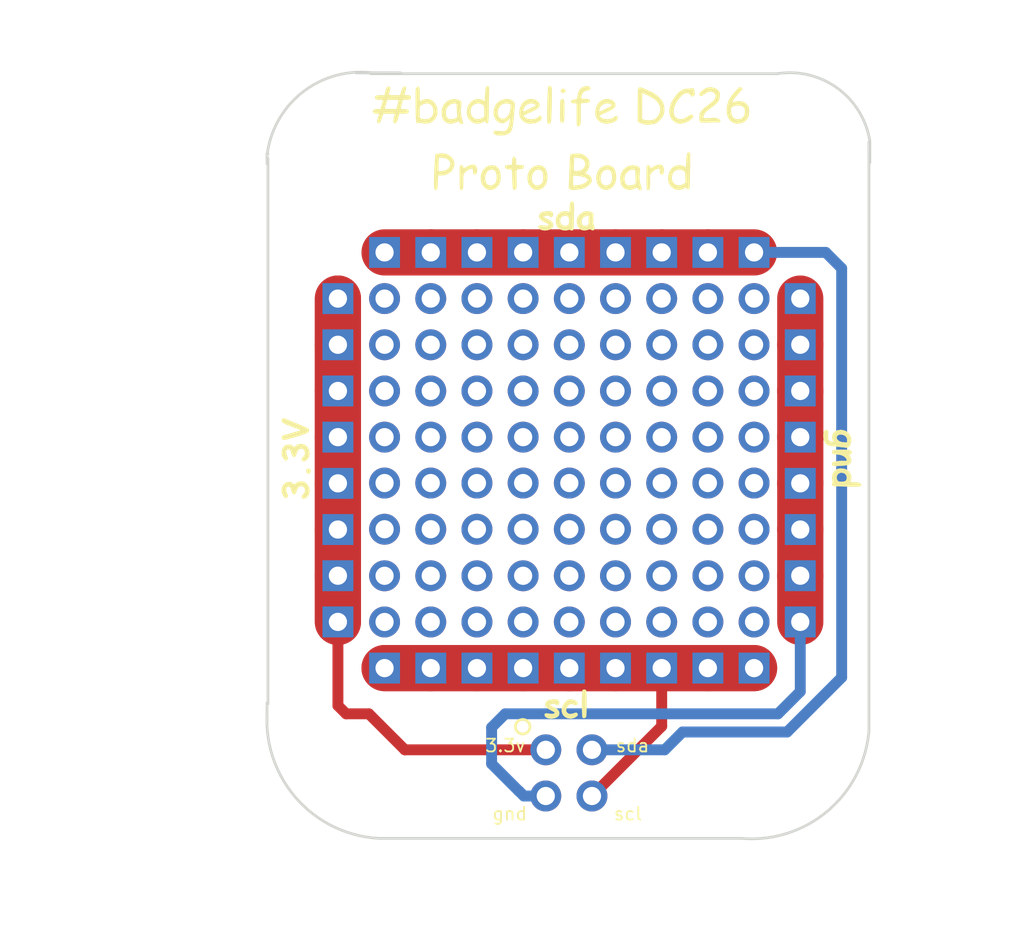
<source format=kicad_pcb>
(kicad_pcb (version 4) (host pcbnew 4.0.6+dfsg1-1)

  (general
    (links 34)
    (no_connects 0)
    (area 94.116316 137.5 153.750001 188.750001)
    (thickness 1.6)
    (drawings 37)
    (tracks 55)
    (zones 0)
    (modules 14)
    (nets 5)
  )

  (page A4)
  (layers
    (0 F.Cu signal)
    (31 B.Cu signal)
    (32 B.Adhes user)
    (33 F.Adhes user)
    (34 B.Paste user)
    (35 F.Paste user)
    (36 B.SilkS user)
    (37 F.SilkS user)
    (38 B.Mask user)
    (39 F.Mask user)
    (40 Dwgs.User user)
    (41 Cmts.User user)
    (42 Eco1.User user)
    (43 Eco2.User user)
    (44 Edge.Cuts user)
    (45 Margin user)
    (46 B.CrtYd user)
    (47 F.CrtYd user)
    (48 B.Fab user)
    (49 F.Fab user)
  )

  (setup
    (last_trace_width 0.15)
    (user_trace_width 0.6)
    (user_trace_width 2)
    (user_trace_width 2.54)
    (trace_clearance 0.2)
    (zone_clearance 0.508)
    (zone_45_only no)
    (trace_min 0.15)
    (segment_width 0.2)
    (edge_width 0.15)
    (via_size 0.6)
    (via_drill 0.33)
    (via_min_size 0.4)
    (via_min_drill 0.3)
    (uvia_size 0.3)
    (uvia_drill 0.1)
    (uvias_allowed no)
    (uvia_min_size 0.2)
    (uvia_min_drill 0.1)
    (pcb_text_width 0.3)
    (pcb_text_size 1.5 1.5)
    (mod_edge_width 0.15)
    (mod_text_size 1 1)
    (mod_text_width 0.15)
    (pad_size 1.7 1.7)
    (pad_drill 1)
    (pad_to_mask_clearance 0.2)
    (aux_axis_origin 0 0)
    (visible_elements FFFFFF7F)
    (pcbplotparams
      (layerselection 0x010fc_80000001)
      (usegerberextensions true)
      (excludeedgelayer true)
      (linewidth 0.100000)
      (plotframeref false)
      (viasonmask false)
      (mode 1)
      (useauxorigin false)
      (hpglpennumber 1)
      (hpglpenspeed 20)
      (hpglpendiameter 15)
      (hpglpenoverlay 2)
      (psnegative false)
      (psa4output false)
      (plotreference true)
      (plotvalue true)
      (plotinvisibletext false)
      (padsonsilk false)
      (subtractmaskfromsilk false)
      (outputformat 1)
      (mirror false)
      (drillshape 0)
      (scaleselection 1)
      (outputdirectory output/))
  )

  (net 0 "")
  (net 1 +3V3)
  (net 2 GND)
  (net 3 SDA)
  (net 4 SCL)

  (net_class Default "This is the default net class."
    (clearance 0.2)
    (trace_width 0.15)
    (via_dia 0.6)
    (via_drill 0.33)
    (uvia_dia 0.3)
    (uvia_drill 0.1)
    (add_net +3V3)
    (add_net GND)
    (add_net SCL)
    (add_net SDA)
  )

  (module mrmeeseeks:Badgelife-Shitty-2x2 (layer F.Cu) (tedit 5AC7D7CF) (tstamp 5AC7B485)
    (at 128.5 179.5)
    (descr "Through hole angled pin header, 2x02, 2.54mm pitch, 6mm pin length, double rows")
    (tags "Through hole angled pin header THT 2x02 2.54mm double row")
    (path /5AC7B4BF)
    (fp_text reference X1 (at 0 0) (layer F.Fab)
      (effects (font (size 1 1) (thickness 0.15)))
    )
    (fp_text value Badgelife_shitty_connector (at 0 4.2) (layer F.Fab)
      (effects (font (size 1 1) (thickness 0.15)))
    )
    (fp_text user sda (at 3.5 -1.5) (layer F.SilkS)
      (effects (font (size 0.7 0.7) (thickness 0.1)))
    )
    (fp_line (start -25 9) (end 25 9) (layer F.Fab) (width 0.1))
    (fp_circle (center -2.54 -2.54) (end -2.14 -2.54) (layer F.SilkS) (width 0.15))
    (fp_line (start -25 -41) (end -25 9) (layer F.Fab) (width 0.1))
    (fp_line (start 25 -41) (end 25 9) (layer F.Fab) (width 0.1))
    (fp_line (start -25 -41) (end 25 -41) (layer F.Fab) (width 0.1))
    (fp_text user scl (at 3.25 2.25) (layer F.SilkS)
      (effects (font (size 0.7 0.7) (thickness 0.1)))
    )
    (fp_text user gnd (at -3.25 2.25) (layer F.SilkS)
      (effects (font (size 0.7 0.7) (thickness 0.1)))
    )
    (fp_text user 3.3v (at -3.5 -1.5) (layer F.SilkS)
      (effects (font (size 0.7 0.7) (thickness 0.1)))
    )
    (pad 4 thru_hole circle (at 1.27 -1.27) (size 1.7 1.7) (drill 1) (layers *.Cu *.Mask)
      (net 3 SDA))
    (pad 3 thru_hole oval (at 1.27 1.27) (size 1.7 1.7) (drill 1) (layers *.Cu *.Mask)
      (net 4 SCL))
    (pad 1 thru_hole oval (at -1.27 -1.27) (size 1.7 1.7) (drill 1) (layers *.Cu *.Mask)
      (net 1 +3V3))
    (pad 2 thru_hole oval (at -1.27 1.27) (size 1.7 1.7) (drill 1) (layers *.Cu *.Mask)
      (net 2 GND))
  )

  (module mrmeeseeks:Pin_Header_Straight_2x09_Pitch2.54mm-NoSilk (layer F.Cu) (tedit 5AA33E7A) (tstamp 5AC7B4FD)
    (at 118.364 171.2 90)
    (descr "Through hole straight pin header, 2x09, 2.54mm pitch, double rows")
    (tags "Through hole pin header THT 2x09 2.54mm double row")
    (fp_text reference REF** (at 1.27 -2.33 90) (layer F.Fab) hide
      (effects (font (size 1 1) (thickness 0.15)))
    )
    (fp_text value Pin_Header_Straight_2x09_Pitch2.54mm (at 1.27 22.65 90) (layer F.Fab)
      (effects (font (size 1 1) (thickness 0.15)))
    )
    (fp_line (start -1.8 -1.8) (end -1.8 22.1) (layer F.CrtYd) (width 0.05))
    (fp_line (start -1.8 22.1) (end 4.35 22.1) (layer F.CrtYd) (width 0.05))
    (fp_line (start 4.35 22.1) (end 4.35 -1.8) (layer F.CrtYd) (width 0.05))
    (fp_line (start 4.35 -1.8) (end -1.8 -1.8) (layer F.CrtYd) (width 0.05))
    (fp_text user %R (at 1.27 10.16 180) (layer F.Fab)
      (effects (font (size 1 1) (thickness 0.15)))
    )
    (pad 1 thru_hole circle (at 0 0 90) (size 1.7 1.7) (drill 1) (layers *.Cu *.Mask))
    (pad 2 thru_hole oval (at 2.54 0 90) (size 1.7 1.7) (drill 1) (layers *.Cu *.Mask))
    (pad 3 thru_hole oval (at 0 2.54 90) (size 1.7 1.7) (drill 1) (layers *.Cu *.Mask))
    (pad 4 thru_hole oval (at 2.54 2.54 90) (size 1.7 1.7) (drill 1) (layers *.Cu *.Mask))
    (pad 5 thru_hole oval (at 0 5.08 90) (size 1.7 1.7) (drill 1) (layers *.Cu *.Mask))
    (pad 6 thru_hole oval (at 2.54 5.08 90) (size 1.7 1.7) (drill 1) (layers *.Cu *.Mask))
    (pad 7 thru_hole oval (at 0 7.62 90) (size 1.7 1.7) (drill 1) (layers *.Cu *.Mask))
    (pad 8 thru_hole oval (at 2.54 7.62 90) (size 1.7 1.7) (drill 1) (layers *.Cu *.Mask))
    (pad 9 thru_hole oval (at 0 10.16 90) (size 1.7 1.7) (drill 1) (layers *.Cu *.Mask))
    (pad 10 thru_hole oval (at 2.54 10.16 90) (size 1.7 1.7) (drill 1) (layers *.Cu *.Mask))
    (pad 11 thru_hole oval (at 0 12.7 90) (size 1.7 1.7) (drill 1) (layers *.Cu *.Mask))
    (pad 12 thru_hole oval (at 2.54 12.7 90) (size 1.7 1.7) (drill 1) (layers *.Cu *.Mask))
    (pad 13 thru_hole oval (at 0 15.24 90) (size 1.7 1.7) (drill 1) (layers *.Cu *.Mask))
    (pad 14 thru_hole oval (at 2.54 15.24 90) (size 1.7 1.7) (drill 1) (layers *.Cu *.Mask))
    (pad 15 thru_hole oval (at 0 17.78 90) (size 1.7 1.7) (drill 1) (layers *.Cu *.Mask))
    (pad 16 thru_hole oval (at 2.54 17.78 90) (size 1.7 1.7) (drill 1) (layers *.Cu *.Mask))
    (pad 17 thru_hole oval (at 0 20.32 90) (size 1.7 1.7) (drill 1) (layers *.Cu *.Mask))
    (pad 18 thru_hole oval (at 2.54 20.32 90) (size 1.7 1.7) (drill 1) (layers *.Cu *.Mask))
  )

  (module mrmeeseeks:Pin_Header_Straight_2x09_Pitch2.54mm-NoSilk (layer F.Cu) (tedit 5AA33E7A) (tstamp 5AC7B4E3)
    (at 118.364 166.1 90)
    (descr "Through hole straight pin header, 2x09, 2.54mm pitch, double rows")
    (tags "Through hole pin header THT 2x09 2.54mm double row")
    (fp_text reference REF** (at 1.27 -2.33 90) (layer F.Fab) hide
      (effects (font (size 1 1) (thickness 0.15)))
    )
    (fp_text value Pin_Header_Straight_2x09_Pitch2.54mm (at 1.27 22.65 90) (layer F.Fab)
      (effects (font (size 1 1) (thickness 0.15)))
    )
    (fp_line (start -1.8 -1.8) (end -1.8 22.1) (layer F.CrtYd) (width 0.05))
    (fp_line (start -1.8 22.1) (end 4.35 22.1) (layer F.CrtYd) (width 0.05))
    (fp_line (start 4.35 22.1) (end 4.35 -1.8) (layer F.CrtYd) (width 0.05))
    (fp_line (start 4.35 -1.8) (end -1.8 -1.8) (layer F.CrtYd) (width 0.05))
    (fp_text user %R (at 1.27 10.16 180) (layer F.Fab)
      (effects (font (size 1 1) (thickness 0.15)))
    )
    (pad 1 thru_hole circle (at 0 0 90) (size 1.7 1.7) (drill 1) (layers *.Cu *.Mask))
    (pad 2 thru_hole oval (at 2.54 0 90) (size 1.7 1.7) (drill 1) (layers *.Cu *.Mask))
    (pad 3 thru_hole oval (at 0 2.54 90) (size 1.7 1.7) (drill 1) (layers *.Cu *.Mask))
    (pad 4 thru_hole oval (at 2.54 2.54 90) (size 1.7 1.7) (drill 1) (layers *.Cu *.Mask))
    (pad 5 thru_hole oval (at 0 5.08 90) (size 1.7 1.7) (drill 1) (layers *.Cu *.Mask))
    (pad 6 thru_hole oval (at 2.54 5.08 90) (size 1.7 1.7) (drill 1) (layers *.Cu *.Mask))
    (pad 7 thru_hole oval (at 0 7.62 90) (size 1.7 1.7) (drill 1) (layers *.Cu *.Mask))
    (pad 8 thru_hole oval (at 2.54 7.62 90) (size 1.7 1.7) (drill 1) (layers *.Cu *.Mask))
    (pad 9 thru_hole oval (at 0 10.16 90) (size 1.7 1.7) (drill 1) (layers *.Cu *.Mask))
    (pad 10 thru_hole oval (at 2.54 10.16 90) (size 1.7 1.7) (drill 1) (layers *.Cu *.Mask))
    (pad 11 thru_hole oval (at 0 12.7 90) (size 1.7 1.7) (drill 1) (layers *.Cu *.Mask))
    (pad 12 thru_hole oval (at 2.54 12.7 90) (size 1.7 1.7) (drill 1) (layers *.Cu *.Mask))
    (pad 13 thru_hole oval (at 0 15.24 90) (size 1.7 1.7) (drill 1) (layers *.Cu *.Mask))
    (pad 14 thru_hole oval (at 2.54 15.24 90) (size 1.7 1.7) (drill 1) (layers *.Cu *.Mask))
    (pad 15 thru_hole oval (at 0 17.78 90) (size 1.7 1.7) (drill 1) (layers *.Cu *.Mask))
    (pad 16 thru_hole oval (at 2.54 17.78 90) (size 1.7 1.7) (drill 1) (layers *.Cu *.Mask))
    (pad 17 thru_hole oval (at 0 20.32 90) (size 1.7 1.7) (drill 1) (layers *.Cu *.Mask))
    (pad 18 thru_hole oval (at 2.54 20.32 90) (size 1.7 1.7) (drill 1) (layers *.Cu *.Mask))
  )

  (module mrmeeseeks:Pin_Header_Straight_2x09_Pitch2.54mm-NoSilk (layer F.Cu) (tedit 5AA33E7A) (tstamp 5AA4619B)
    (at 118.364 161.036 90)
    (descr "Through hole straight pin header, 2x09, 2.54mm pitch, double rows")
    (tags "Through hole pin header THT 2x09 2.54mm double row")
    (fp_text reference REF** (at 1.27 -2.33 90) (layer F.Fab) hide
      (effects (font (size 1 1) (thickness 0.15)))
    )
    (fp_text value Pin_Header_Straight_2x09_Pitch2.54mm (at 1.27 22.65 90) (layer F.Fab)
      (effects (font (size 1 1) (thickness 0.15)))
    )
    (fp_line (start -1.8 -1.8) (end -1.8 22.1) (layer F.CrtYd) (width 0.05))
    (fp_line (start -1.8 22.1) (end 4.35 22.1) (layer F.CrtYd) (width 0.05))
    (fp_line (start 4.35 22.1) (end 4.35 -1.8) (layer F.CrtYd) (width 0.05))
    (fp_line (start 4.35 -1.8) (end -1.8 -1.8) (layer F.CrtYd) (width 0.05))
    (fp_text user %R (at 1.27 10.16 180) (layer F.Fab)
      (effects (font (size 1 1) (thickness 0.15)))
    )
    (pad 1 thru_hole circle (at 0 0 90) (size 1.7 1.7) (drill 1) (layers *.Cu *.Mask))
    (pad 2 thru_hole oval (at 2.54 0 90) (size 1.7 1.7) (drill 1) (layers *.Cu *.Mask))
    (pad 3 thru_hole oval (at 0 2.54 90) (size 1.7 1.7) (drill 1) (layers *.Cu *.Mask))
    (pad 4 thru_hole oval (at 2.54 2.54 90) (size 1.7 1.7) (drill 1) (layers *.Cu *.Mask))
    (pad 5 thru_hole oval (at 0 5.08 90) (size 1.7 1.7) (drill 1) (layers *.Cu *.Mask))
    (pad 6 thru_hole oval (at 2.54 5.08 90) (size 1.7 1.7) (drill 1) (layers *.Cu *.Mask))
    (pad 7 thru_hole oval (at 0 7.62 90) (size 1.7 1.7) (drill 1) (layers *.Cu *.Mask))
    (pad 8 thru_hole oval (at 2.54 7.62 90) (size 1.7 1.7) (drill 1) (layers *.Cu *.Mask))
    (pad 9 thru_hole oval (at 0 10.16 90) (size 1.7 1.7) (drill 1) (layers *.Cu *.Mask))
    (pad 10 thru_hole oval (at 2.54 10.16 90) (size 1.7 1.7) (drill 1) (layers *.Cu *.Mask))
    (pad 11 thru_hole oval (at 0 12.7 90) (size 1.7 1.7) (drill 1) (layers *.Cu *.Mask))
    (pad 12 thru_hole oval (at 2.54 12.7 90) (size 1.7 1.7) (drill 1) (layers *.Cu *.Mask))
    (pad 13 thru_hole oval (at 0 15.24 90) (size 1.7 1.7) (drill 1) (layers *.Cu *.Mask))
    (pad 14 thru_hole oval (at 2.54 15.24 90) (size 1.7 1.7) (drill 1) (layers *.Cu *.Mask))
    (pad 15 thru_hole oval (at 0 17.78 90) (size 1.7 1.7) (drill 1) (layers *.Cu *.Mask))
    (pad 16 thru_hole oval (at 2.54 17.78 90) (size 1.7 1.7) (drill 1) (layers *.Cu *.Mask))
    (pad 17 thru_hole oval (at 0 20.32 90) (size 1.7 1.7) (drill 1) (layers *.Cu *.Mask))
    (pad 18 thru_hole oval (at 2.54 20.32 90) (size 1.7 1.7) (drill 1) (layers *.Cu *.Mask))
  )

  (module mrmeeseeks:Pin_Header_Straight_2x09_Pitch2.54mm-NoSilk (layer F.Cu) (tedit 5AA33E7A) (tstamp 5AA43AA4)
    (at 118.364 155.956 90)
    (descr "Through hole straight pin header, 2x09, 2.54mm pitch, double rows")
    (tags "Through hole pin header THT 2x09 2.54mm double row")
    (fp_text reference REF** (at 1.27 -2.33 90) (layer F.Fab) hide
      (effects (font (size 1 1) (thickness 0.15)))
    )
    (fp_text value Pin_Header_Straight_2x09_Pitch2.54mm (at 1.27 22.65 90) (layer F.Fab)
      (effects (font (size 1 1) (thickness 0.15)))
    )
    (fp_line (start -1.8 -1.8) (end -1.8 22.1) (layer F.CrtYd) (width 0.05))
    (fp_line (start -1.8 22.1) (end 4.35 22.1) (layer F.CrtYd) (width 0.05))
    (fp_line (start 4.35 22.1) (end 4.35 -1.8) (layer F.CrtYd) (width 0.05))
    (fp_line (start 4.35 -1.8) (end -1.8 -1.8) (layer F.CrtYd) (width 0.05))
    (fp_text user %R (at 1.27 10.16 180) (layer F.Fab)
      (effects (font (size 1 1) (thickness 0.15)))
    )
    (pad 1 thru_hole circle (at 0 0 90) (size 1.7 1.7) (drill 1) (layers *.Cu *.Mask))
    (pad 2 thru_hole oval (at 2.54 0 90) (size 1.7 1.7) (drill 1) (layers *.Cu *.Mask))
    (pad 3 thru_hole oval (at 0 2.54 90) (size 1.7 1.7) (drill 1) (layers *.Cu *.Mask))
    (pad 4 thru_hole oval (at 2.54 2.54 90) (size 1.7 1.7) (drill 1) (layers *.Cu *.Mask))
    (pad 5 thru_hole oval (at 0 5.08 90) (size 1.7 1.7) (drill 1) (layers *.Cu *.Mask))
    (pad 6 thru_hole oval (at 2.54 5.08 90) (size 1.7 1.7) (drill 1) (layers *.Cu *.Mask))
    (pad 7 thru_hole oval (at 0 7.62 90) (size 1.7 1.7) (drill 1) (layers *.Cu *.Mask))
    (pad 8 thru_hole oval (at 2.54 7.62 90) (size 1.7 1.7) (drill 1) (layers *.Cu *.Mask))
    (pad 9 thru_hole oval (at 0 10.16 90) (size 1.7 1.7) (drill 1) (layers *.Cu *.Mask))
    (pad 10 thru_hole oval (at 2.54 10.16 90) (size 1.7 1.7) (drill 1) (layers *.Cu *.Mask))
    (pad 11 thru_hole oval (at 0 12.7 90) (size 1.7 1.7) (drill 1) (layers *.Cu *.Mask))
    (pad 12 thru_hole oval (at 2.54 12.7 90) (size 1.7 1.7) (drill 1) (layers *.Cu *.Mask))
    (pad 13 thru_hole oval (at 0 15.24 90) (size 1.7 1.7) (drill 1) (layers *.Cu *.Mask))
    (pad 14 thru_hole oval (at 2.54 15.24 90) (size 1.7 1.7) (drill 1) (layers *.Cu *.Mask))
    (pad 15 thru_hole oval (at 0 17.78 90) (size 1.7 1.7) (drill 1) (layers *.Cu *.Mask))
    (pad 16 thru_hole oval (at 2.54 17.78 90) (size 1.7 1.7) (drill 1) (layers *.Cu *.Mask))
    (pad 17 thru_hole oval (at 0 20.32 90) (size 1.7 1.7) (drill 1) (layers *.Cu *.Mask))
    (pad 18 thru_hole oval (at 2.54 20.32 90) (size 1.7 1.7) (drill 1) (layers *.Cu *.Mask))
  )

  (module mrmeeseeks:Power_Rail-01x08 (layer F.Cu) (tedit 5AC7D1EA) (tstamp 5AC7B6D2)
    (at 115.7986 153.416)
    (descr "Through hole straight pin header, 1x07, 2.54mm pitch, single row")
    (tags "Through hole pin header THT 1x07 2.54mm single row")
    (path /5AC7BCC7)
    (fp_text reference J1 (at 0 -2.33) (layer F.Fab) hide
      (effects (font (size 1 1) (thickness 0.15)))
    )
    (fp_text value Conn_01x08 (at 0 17.57) (layer F.Fab)
      (effects (font (size 1 1) (thickness 0.15)))
    )
    (fp_line (start -1.8 -1.8) (end -1.8 19.59) (layer F.CrtYd) (width 0.05))
    (fp_line (start -1.8 19.59) (end 1.8 19.59) (layer F.CrtYd) (width 0.05))
    (fp_line (start 1.8 19.59) (end 1.8 -1.8) (layer F.CrtYd) (width 0.05))
    (fp_line (start 1.8 -1.8) (end -1.8 -1.8) (layer F.CrtYd) (width 0.05))
    (fp_text user %R (at 0 7.62 90) (layer F.Fab)
      (effects (font (size 1 1) (thickness 0.15)))
    )
    (pad 1 thru_hole rect (at 0 0) (size 1.7 1.7) (drill 1) (layers *.Cu *.Mask)
      (net 1 +3V3) (solder_mask_margin 0.1))
    (pad 2 thru_hole rect (at 0 2.54) (size 1.7 1.7) (drill 1) (layers *.Cu *.Mask)
      (net 1 +3V3) (solder_mask_margin 0.1))
    (pad 3 thru_hole rect (at 0 5.08) (size 1.7 1.7) (drill 1) (layers *.Cu *.Mask)
      (net 1 +3V3) (solder_mask_margin 0.1))
    (pad 4 thru_hole rect (at 0 7.62) (size 1.7 1.7) (drill 1) (layers *.Cu *.Mask)
      (net 1 +3V3) (solder_mask_margin 0.1))
    (pad 5 thru_hole rect (at 0 10.16) (size 1.7 1.7) (drill 1) (layers *.Cu *.Mask)
      (net 1 +3V3) (solder_mask_margin 0.1))
    (pad 6 thru_hole rect (at 0 12.7) (size 1.7 1.7) (drill 1) (layers *.Cu *.Mask)
      (net 1 +3V3) (solder_mask_margin 0.1))
    (pad 7 thru_hole rect (at 0 15.24) (size 1.7 1.7) (drill 1) (layers *.Cu *.Mask)
      (net 1 +3V3) (solder_mask_margin 0.1))
    (pad 8 thru_hole rect (at 0 17.78) (size 1.7 1.7) (drill 1) (layers *.Cu *.Mask)
      (net 1 +3V3) (solder_mask_margin 0.1))
  )

  (module mrmeeseeks:Power_Rail-01x08 (layer F.Cu) (tedit 5AC7D1EA) (tstamp 5AC7B6DE)
    (at 141.224 153.416)
    (descr "Through hole straight pin header, 1x07, 2.54mm pitch, single row")
    (tags "Through hole pin header THT 1x07 2.54mm single row")
    (path /5AC7BC88)
    (fp_text reference J2 (at 0 -2.33) (layer F.Fab) hide
      (effects (font (size 1 1) (thickness 0.15)))
    )
    (fp_text value Conn_01x08 (at 0 17.57) (layer F.Fab)
      (effects (font (size 1 1) (thickness 0.15)))
    )
    (fp_line (start -1.8 -1.8) (end -1.8 19.59) (layer F.CrtYd) (width 0.05))
    (fp_line (start -1.8 19.59) (end 1.8 19.59) (layer F.CrtYd) (width 0.05))
    (fp_line (start 1.8 19.59) (end 1.8 -1.8) (layer F.CrtYd) (width 0.05))
    (fp_line (start 1.8 -1.8) (end -1.8 -1.8) (layer F.CrtYd) (width 0.05))
    (fp_text user %R (at 0 7.62 90) (layer F.Fab)
      (effects (font (size 1 1) (thickness 0.15)))
    )
    (pad 1 thru_hole rect (at 0 0) (size 1.7 1.7) (drill 1) (layers *.Cu *.Mask)
      (net 2 GND) (solder_mask_margin 0.1))
    (pad 2 thru_hole rect (at 0 2.54) (size 1.7 1.7) (drill 1) (layers *.Cu *.Mask)
      (net 2 GND) (solder_mask_margin 0.1))
    (pad 3 thru_hole rect (at 0 5.08) (size 1.7 1.7) (drill 1) (layers *.Cu *.Mask)
      (net 2 GND) (solder_mask_margin 0.1))
    (pad 4 thru_hole rect (at 0 7.62) (size 1.7 1.7) (drill 1) (layers *.Cu *.Mask)
      (net 2 GND) (solder_mask_margin 0.1))
    (pad 5 thru_hole rect (at 0 10.16) (size 1.7 1.7) (drill 1) (layers *.Cu *.Mask)
      (net 2 GND) (solder_mask_margin 0.1))
    (pad 6 thru_hole rect (at 0 12.7) (size 1.7 1.7) (drill 1) (layers *.Cu *.Mask)
      (net 2 GND) (solder_mask_margin 0.1))
    (pad 7 thru_hole rect (at 0 15.24) (size 1.7 1.7) (drill 1) (layers *.Cu *.Mask)
      (net 2 GND) (solder_mask_margin 0.1))
    (pad 8 thru_hole rect (at 0 17.78) (size 1.7 1.7) (drill 1) (layers *.Cu *.Mask)
      (net 2 GND) (solder_mask_margin 0.1))
  )

  (module mrmeeseeks:Power_Rail-01x09 (layer F.Cu) (tedit 5AC7D21B) (tstamp 5AC7B6EB)
    (at 118.364 150.876 90)
    (descr "Through hole straight pin header, 1x07, 2.54mm pitch, single row")
    (tags "Through hole pin header THT 1x07 2.54mm single row")
    (path /5AC7B62F)
    (fp_text reference J3 (at 0 -2.33 90) (layer F.Fab) hide
      (effects (font (size 1 1) (thickness 0.15)))
    )
    (fp_text value Conn_01x09 (at 0 17.57 90) (layer F.Fab)
      (effects (font (size 1 1) (thickness 0.15)))
    )
    (fp_line (start -1.8 -1.8) (end -1.8 22.13) (layer F.CrtYd) (width 0.05))
    (fp_line (start -1.8 22.13) (end 1.8 22.13) (layer F.CrtYd) (width 0.05))
    (fp_line (start 1.8 22.13) (end 1.8 -1.8) (layer F.CrtYd) (width 0.05))
    (fp_line (start 1.8 -1.8) (end -1.8 -1.8) (layer F.CrtYd) (width 0.05))
    (fp_text user %R (at 0 7.62 180) (layer F.Fab)
      (effects (font (size 1 1) (thickness 0.15)))
    )
    (pad 1 thru_hole rect (at 0 0 90) (size 1.7 1.7) (drill 1) (layers *.Cu *.Mask)
      (net 3 SDA) (solder_mask_margin 0.1))
    (pad 2 thru_hole rect (at 0 2.54 90) (size 1.7 1.7) (drill 1) (layers *.Cu *.Mask)
      (net 3 SDA) (solder_mask_margin 0.1))
    (pad 3 thru_hole rect (at 0 5.08 90) (size 1.7 1.7) (drill 1) (layers *.Cu *.Mask)
      (net 3 SDA) (solder_mask_margin 0.1))
    (pad 4 thru_hole rect (at 0 7.62 90) (size 1.7 1.7) (drill 1) (layers *.Cu *.Mask)
      (net 3 SDA) (solder_mask_margin 0.1))
    (pad 5 thru_hole rect (at 0 10.16 90) (size 1.7 1.7) (drill 1) (layers *.Cu *.Mask)
      (net 3 SDA) (solder_mask_margin 0.1))
    (pad 6 thru_hole rect (at 0 12.7 90) (size 1.7 1.7) (drill 1) (layers *.Cu *.Mask)
      (net 3 SDA) (solder_mask_margin 0.1))
    (pad 7 thru_hole rect (at 0 15.24 90) (size 1.7 1.7) (drill 1) (layers *.Cu *.Mask)
      (net 3 SDA) (solder_mask_margin 0.1))
    (pad 8 thru_hole rect (at 0 17.78 90) (size 1.7 1.7) (drill 1) (layers *.Cu *.Mask)
      (net 3 SDA) (solder_mask_margin 0.1))
    (pad 9 thru_hole rect (at 0 20.32 90) (size 1.7 1.7) (drill 1) (layers *.Cu *.Mask)
      (net 3 SDA) (solder_mask_margin 0.1))
  )

  (module mrmeeseeks:Power_Rail-01x09 (layer F.Cu) (tedit 5AC7D21B) (tstamp 5AC7B6F8)
    (at 118.364 173.736 90)
    (descr "Through hole straight pin header, 1x07, 2.54mm pitch, single row")
    (tags "Through hole pin header THT 1x07 2.54mm single row")
    (path /5AC7B83F)
    (fp_text reference J4 (at 0 -2.33 90) (layer F.Fab) hide
      (effects (font (size 1 1) (thickness 0.15)))
    )
    (fp_text value Conn_01x09 (at 0 17.57 90) (layer F.Fab)
      (effects (font (size 1 1) (thickness 0.15)))
    )
    (fp_line (start -1.8 -1.8) (end -1.8 22.13) (layer F.CrtYd) (width 0.05))
    (fp_line (start -1.8 22.13) (end 1.8 22.13) (layer F.CrtYd) (width 0.05))
    (fp_line (start 1.8 22.13) (end 1.8 -1.8) (layer F.CrtYd) (width 0.05))
    (fp_line (start 1.8 -1.8) (end -1.8 -1.8) (layer F.CrtYd) (width 0.05))
    (fp_text user %R (at 0 7.62 180) (layer F.Fab)
      (effects (font (size 1 1) (thickness 0.15)))
    )
    (pad 1 thru_hole rect (at 0 0 90) (size 1.7 1.7) (drill 1) (layers *.Cu *.Mask)
      (net 4 SCL) (solder_mask_margin 0.1))
    (pad 2 thru_hole rect (at 0 2.54 90) (size 1.7 1.7) (drill 1) (layers *.Cu *.Mask)
      (net 4 SCL) (solder_mask_margin 0.1))
    (pad 3 thru_hole rect (at 0 5.08 90) (size 1.7 1.7) (drill 1) (layers *.Cu *.Mask)
      (net 4 SCL) (solder_mask_margin 0.1))
    (pad 4 thru_hole rect (at 0 7.62 90) (size 1.7 1.7) (drill 1) (layers *.Cu *.Mask)
      (net 4 SCL) (solder_mask_margin 0.1))
    (pad 5 thru_hole rect (at 0 10.16 90) (size 1.7 1.7) (drill 1) (layers *.Cu *.Mask)
      (net 4 SCL) (solder_mask_margin 0.1))
    (pad 6 thru_hole rect (at 0 12.7 90) (size 1.7 1.7) (drill 1) (layers *.Cu *.Mask)
      (net 4 SCL) (solder_mask_margin 0.1))
    (pad 7 thru_hole rect (at 0 15.24 90) (size 1.7 1.7) (drill 1) (layers *.Cu *.Mask)
      (net 4 SCL) (solder_mask_margin 0.1))
    (pad 8 thru_hole rect (at 0 17.78 90) (size 1.7 1.7) (drill 1) (layers *.Cu *.Mask)
      (net 4 SCL) (solder_mask_margin 0.1))
    (pad 9 thru_hole rect (at 0 20.32 90) (size 1.7 1.7) (drill 1) (layers *.Cu *.Mask)
      (net 4 SCL) (solder_mask_margin 0.1))
  )

  (module mrmeeseeks:badgelife-shitty-label-3.3v (layer F.Cu) (tedit 0) (tstamp 5ACA1377)
    (at 113.4 162.2 90)
    (fp_text reference G*** (at 0 0 90) (layer F.SilkS) hide
      (effects (font (thickness 0.3)))
    )
    (fp_text value LOGO (at 0.75 0 90) (layer F.SilkS) hide
      (effects (font (thickness 0.3)))
    )
    (fp_poly (pts (xy -0.590635 0.689919) (xy -0.557475 0.747317) (xy -0.567652 0.818609) (xy -0.581498 0.842303)
      (xy -0.646567 0.892611) (xy -0.727929 0.897305) (xy -0.80826 0.856113) (xy -0.819091 0.846019)
      (xy -0.854673 0.780646) (xy -0.839618 0.718095) (xy -0.77886 0.671084) (xy -0.747137 0.660511)
      (xy -0.657174 0.657341) (xy -0.590635 0.689919)) (layer F.SilkS) (width 0.01))
    (fp_poly (pts (xy -1.662356 -0.69149) (xy -1.538111 -0.652478) (xy -1.420385 -0.584149) (xy -1.348558 -0.501879)
      (xy -1.312086 -0.391104) (xy -1.304546 -0.32987) (xy -1.300937 -0.235155) (xy -1.314372 -0.17056)
      (xy -1.351823 -0.110666) (xy -1.371186 -0.086952) (xy -1.418278 -0.025704) (xy -1.429972 0.010547)
      (xy -1.410687 0.036812) (xy -1.408186 0.038744) (xy -1.326114 0.134105) (xy -1.279176 0.26049)
      (xy -1.269896 0.402855) (xy -1.300799 0.546153) (xy -1.316744 0.583864) (xy -1.398362 0.69399)
      (xy -1.518153 0.776561) (xy -1.662673 0.826861) (xy -1.818478 0.840176) (xy -1.969383 0.812724)
      (xy -2.065798 0.762346) (xy -2.145295 0.688367) (xy -2.20065 0.603039) (xy -2.224637 0.518614)
      (xy -2.210031 0.447343) (xy -2.195689 0.428977) (xy -2.138215 0.397912) (xy -2.069555 0.4138)
      (xy -1.983491 0.478409) (xy -1.967173 0.493888) (xy -1.885668 0.560578) (xy -1.810278 0.589221)
      (xy -1.764005 0.592666) (xy -1.663128 0.56993) (xy -1.580556 0.510627) (xy -1.531373 0.428114)
      (xy -1.524 0.380111) (xy -1.549538 0.295211) (xy -1.616633 0.215179) (xy -1.711006 0.153154)
      (xy -1.801943 0.12441) (xy -1.914371 0.091153) (xy -1.97702 0.04075) (xy -1.990615 -0.018733)
      (xy -1.955878 -0.079231) (xy -1.873532 -0.132678) (xy -1.776037 -0.164443) (xy -1.660204 -0.196853)
      (xy -1.590923 -0.233099) (xy -1.558394 -0.280298) (xy -1.552222 -0.327019) (xy -1.575416 -0.396571)
      (xy -1.638428 -0.437661) (xy -1.731406 -0.448636) (xy -1.844496 -0.427843) (xy -1.934941 -0.39123)
      (xy -2.035305 -0.351941) (xy -2.105993 -0.353614) (xy -2.157603 -0.397662) (xy -2.172922 -0.42298)
      (xy -2.187395 -0.467597) (xy -2.169976 -0.509393) (xy -2.12097 -0.560425) (xy -1.984204 -0.651522)
      (xy -1.826666 -0.695948) (xy -1.662356 -0.69149)) (layer F.SilkS) (width 0.01))
    (fp_poly (pts (xy 0.397866 -0.69149) (xy 0.522111 -0.652478) (xy 0.639837 -0.584149) (xy 0.711664 -0.501879)
      (xy 0.748137 -0.391104) (xy 0.755677 -0.32987) (xy 0.759285 -0.235155) (xy 0.745851 -0.17056)
      (xy 0.708399 -0.110666) (xy 0.689036 -0.086952) (xy 0.641945 -0.025704) (xy 0.630251 0.010547)
      (xy 0.649536 0.036812) (xy 0.652036 0.038744) (xy 0.734109 0.134105) (xy 0.781046 0.26049)
      (xy 0.790326 0.402855) (xy 0.759423 0.546153) (xy 0.743478 0.583864) (xy 0.66186 0.69399)
      (xy 0.542069 0.776561) (xy 0.397549 0.826861) (xy 0.241745 0.840176) (xy 0.090839 0.812724)
      (xy -0.005576 0.762346) (xy -0.085073 0.688367) (xy -0.140428 0.603039) (xy -0.164415 0.518614)
      (xy -0.149809 0.447343) (xy -0.135467 0.428977) (xy -0.077993 0.397912) (xy -0.009333 0.4138)
      (xy 0.076731 0.478409) (xy 0.09305 0.493888) (xy 0.174555 0.560578) (xy 0.249944 0.589221)
      (xy 0.296217 0.592666) (xy 0.397095 0.56993) (xy 0.479666 0.510627) (xy 0.528849 0.428114)
      (xy 0.536222 0.380111) (xy 0.510684 0.295211) (xy 0.443589 0.215179) (xy 0.349216 0.153154)
      (xy 0.258279 0.12441) (xy 0.145851 0.091153) (xy 0.083202 0.04075) (xy 0.069607 -0.018733)
      (xy 0.104345 -0.079231) (xy 0.18669 -0.132678) (xy 0.284185 -0.164443) (xy 0.400018 -0.196853)
      (xy 0.469299 -0.233099) (xy 0.501828 -0.280298) (xy 0.508 -0.327019) (xy 0.484806 -0.396571)
      (xy 0.421794 -0.437661) (xy 0.328816 -0.448636) (xy 0.215726 -0.427843) (xy 0.125281 -0.39123)
      (xy 0.024917 -0.351941) (xy -0.045771 -0.353614) (xy -0.097381 -0.397662) (xy -0.112699 -0.42298)
      (xy -0.127172 -0.467597) (xy -0.109754 -0.509393) (xy -0.060747 -0.560425) (xy 0.076018 -0.651522)
      (xy 0.233556 -0.695948) (xy 0.397866 -0.69149)) (layer F.SilkS) (width 0.01))
    (fp_poly (pts (xy 2.153449 -0.674384) (xy 2.177191 -0.651082) (xy 2.205517 -0.611342) (xy 2.211908 -0.575288)
      (xy 2.194889 -0.523914) (xy 2.162081 -0.456327) (xy 2.130842 -0.388464) (xy 2.083659 -0.278843)
      (xy 2.025053 -0.13831) (xy 1.959546 0.022292) (xy 1.891661 0.192116) (xy 1.890761 0.19439)
      (xy 1.82464 0.357637) (xy 1.761887 0.50529) (xy 1.70659 0.628282) (xy 1.66284 0.717545)
      (xy 1.634727 0.764011) (xy 1.632998 0.76589) (xy 1.557209 0.812335) (xy 1.482424 0.80636)
      (xy 1.435053 0.769055) (xy 1.409639 0.734823) (xy 1.384944 0.691113) (xy 1.358279 0.630603)
      (xy 1.326954 0.545973) (xy 1.28828 0.429901) (xy 1.239568 0.275068) (xy 1.178126 0.074152)
      (xy 1.170442 0.048815) (xy 1.121341 -0.117914) (xy 1.078681 -0.271803) (xy 1.045129 -0.402488)
      (xy 1.023353 -0.499603) (xy 1.016 -0.551468) (xy 1.034687 -0.642203) (xy 1.08683 -0.691928)
      (xy 1.166546 -0.695128) (xy 1.168663 -0.694609) (xy 1.192971 -0.688152) (xy 1.212866 -0.678004)
      (xy 1.230984 -0.657375) (xy 1.249957 -0.619478) (xy 1.27242 -0.557523) (xy 1.301007 -0.46472)
      (xy 1.338351 -0.334281) (xy 1.387087 -0.159417) (xy 1.414152 -0.061847) (xy 1.463589 0.110744)
      (xy 1.501959 0.231494) (xy 1.530478 0.303653) (xy 1.550361 0.330473) (xy 1.558995 0.325562)
      (xy 1.577244 0.284535) (xy 1.611047 0.200929) (xy 1.656333 0.085089) (xy 1.709033 -0.05264)
      (xy 1.738066 -0.129609) (xy 1.794706 -0.277262) (xy 1.848176 -0.410767) (xy 1.893839 -0.518969)
      (xy 1.927059 -0.590713) (xy 1.937321 -0.609072) (xy 2.005055 -0.676804) (xy 2.081724 -0.699384)
      (xy 2.153449 -0.674384)) (layer F.SilkS) (width 0.01))
  )

  (module mrmeeseeks:badgelife-shitty-label-sda (layer F.Cu) (tedit 0) (tstamp 5ACAA0B0)
    (at 128.2 148.8)
    (fp_text reference G*** (at 0 0) (layer F.SilkS) hide
      (effects (font (thickness 0.3)))
    )
    (fp_text value LOGO (at 0.75 0) (layer F.SilkS) hide
      (effects (font (thickness 0.3)))
    )
    (fp_poly (pts (xy -0.714617 -0.189913) (xy -0.657038 -0.170794) (xy -0.636132 -0.15856) (xy -0.577841 -0.090163)
      (xy -0.565648 0.000674) (xy -0.59366 0.086522) (xy -0.639137 0.129278) (xy -0.696969 0.138997)
      (xy -0.743441 0.113842) (xy -0.751794 0.098777) (xy -0.788033 0.072725) (xy -0.858239 0.058422)
      (xy -0.94092 0.05712) (xy -1.014581 0.070071) (xy -1.040782 0.081943) (xy -1.065768 0.111266)
      (xy -1.048706 0.145346) (xy -0.985533 0.188204) (xy -0.881405 0.239662) (xy -0.731986 0.318617)
      (xy -0.633121 0.397882) (xy -0.579196 0.48333) (xy -0.564444 0.571007) (xy -0.582986 0.677028)
      (xy -0.631395 0.746849) (xy -0.732768 0.814165) (xy -0.866963 0.8572) (xy -1.014564 0.87306)
      (xy -1.156158 0.858849) (xy -1.227678 0.835775) (xy -1.329141 0.772911) (xy -1.376008 0.696409)
      (xy -1.378 0.643608) (xy -1.364264 0.607678) (xy -1.329633 0.587468) (xy -1.265217 0.582045)
      (xy -1.162125 0.590473) (xy -1.037394 0.60784) (xy -0.930439 0.612111) (xy -0.854432 0.590971)
      (xy -0.819579 0.547752) (xy -0.818444 0.536331) (xy -0.842064 0.514907) (xy -0.904482 0.477715)
      (xy -0.99304 0.432186) (xy -1.008944 0.42455) (xy -1.16886 0.338539) (xy -1.276245 0.255548)
      (xy -1.334489 0.170945) (xy -1.346987 0.080101) (xy -1.324096 -0.00567) (xy -1.269968 -0.083938)
      (xy -1.178463 -0.139442) (xy -1.043333 -0.174997) (xy -0.915067 -0.189858) (xy -0.795193 -0.195658)
      (xy -0.714617 -0.189913)) (layer F.SilkS) (width 0.01))
    (fp_poly (pts (xy 0.527695 -0.72827) (xy 0.549894 -0.706831) (xy 0.565668 -0.663569) (xy 0.575855 -0.592702)
      (xy 0.581291 -0.488449) (xy 0.582812 -0.345028) (xy 0.581256 -0.156659) (xy 0.577528 0.078525)
      (xy 0.572562 0.32179) (xy 0.56689 0.513131) (xy 0.56023 0.657067) (xy 0.552299 0.758117)
      (xy 0.542815 0.820799) (xy 0.531494 0.849633) (xy 0.529183 0.851614) (xy 0.455784 0.873433)
      (xy 0.388231 0.854881) (xy 0.377129 0.845617) (xy 0.328452 0.830782) (xy 0.27087 0.845617)
      (xy 0.13742 0.871969) (xy -0.013296 0.863734) (xy -0.155136 0.822408) (xy -0.158014 0.821113)
      (xy -0.285519 0.737545) (xy -0.369786 0.620525) (xy -0.413226 0.466312) (xy -0.418316 0.41715)
      (xy -0.414311 0.330815) (xy -0.184611 0.330815) (xy -0.182028 0.401171) (xy -0.147631 0.483402)
      (xy -0.093356 0.553725) (xy -0.060507 0.578092) (xy 0.057646 0.616574) (xy 0.173307 0.599474)
      (xy 0.228479 0.57247) (xy 0.273535 0.54149) (xy 0.298121 0.505016) (xy 0.308377 0.446131)
      (xy 0.310444 0.34792) (xy 0.310445 0.346692) (xy 0.306044 0.236998) (xy 0.290111 0.166285)
      (xy 0.258549 0.117578) (xy 0.254 0.112888) (xy 0.17441 0.067985) (xy 0.07643 0.059477)
      (xy -0.022557 0.082871) (xy -0.105169 0.133668) (xy -0.154021 0.207374) (xy -0.157171 0.219235)
      (xy -0.173462 0.288948) (xy -0.184611 0.330815) (xy -0.414311 0.330815) (xy -0.409557 0.22837)
      (xy -0.35584 0.068241) (xy -0.25976 -0.058868) (xy -0.123914 -0.148591) (xy -0.069449 -0.169699)
      (xy 0.05164 -0.190463) (xy 0.184476 -0.184665) (xy 0.289278 -0.156771) (xy 0.314001 -0.151075)
      (xy 0.328827 -0.167531) (xy 0.336272 -0.216243) (xy 0.338852 -0.307316) (xy 0.339083 -0.356814)
      (xy 0.348592 -0.52708) (xy 0.376663 -0.64519) (xy 0.423718 -0.712437) (xy 0.460676 -0.728803)
      (xy 0.498234 -0.733667) (xy 0.527695 -0.72827)) (layer F.SilkS) (width 0.01))
    (fp_poly (pts (xy 1.386014 -0.184169) (xy 1.487086 -0.151288) (xy 1.525076 -0.134056) (xy 1.651 -0.070556)
      (xy 1.640847 0.203878) (xy 1.638488 0.356454) (xy 1.645733 0.471065) (xy 1.664356 0.565645)
      (xy 1.682185 0.621505) (xy 1.71173 0.719483) (xy 1.715031 0.782735) (xy 1.703424 0.812737)
      (xy 1.644432 0.863146) (xy 1.572639 0.86309) (xy 1.526373 0.834703) (xy 1.489576 0.808611)
      (xy 1.447988 0.804975) (xy 1.380775 0.823492) (xy 1.355591 0.832229) (xy 1.197527 0.87014)
      (xy 1.059124 0.862089) (xy 0.959556 0.825456) (xy 0.862411 0.747578) (xy 0.789699 0.631447)
      (xy 0.745477 0.49145) (xy 0.738158 0.39771) (xy 0.999337 0.39771) (xy 1.023917 0.506835)
      (xy 1.066046 0.5715) (xy 1.139845 0.614472) (xy 1.242976 0.613297) (xy 1.310496 0.593365)
      (xy 1.344588 0.577792) (xy 1.365845 0.554673) (xy 1.377296 0.512051) (xy 1.381967 0.437969)
      (xy 1.382887 0.320469) (xy 1.382889 0.30745) (xy 1.382889 0.049059) (xy 1.280064 0.065745)
      (xy 1.163493 0.108321) (xy 1.074359 0.186086) (xy 1.017896 0.286671) (xy 0.999337 0.39771)
      (xy 0.738158 0.39771) (xy 0.733806 0.341974) (xy 0.758746 0.197405) (xy 0.77216 0.161371)
      (xy 0.853175 0.033319) (xy 0.972408 -0.076039) (xy 1.113719 -0.15573) (xy 1.260967 -0.194784)
      (xy 1.299298 -0.196936) (xy 1.386014 -0.184169)) (layer F.SilkS) (width 0.01))
  )

  (module mrmeeseeks:badgelife-shitty-label-scl (layer F.Cu) (tedit 0) (tstamp 5ACB2E0F)
    (at 128.4 175.7)
    (fp_text reference G*** (at 0 0) (layer F.SilkS) hide
      (effects (font (thickness 0.3)))
    )
    (fp_text value LOGO (at 0.75 0) (layer F.SilkS) hide
      (effects (font (thickness 0.3)))
    )
    (fp_poly (pts (xy -0.573506 -0.246358) (xy -0.515927 -0.227238) (xy -0.495021 -0.215004) (xy -0.43673 -0.146607)
      (xy -0.424537 -0.055771) (xy -0.452548 0.030077) (xy -0.498026 0.072833) (xy -0.555858 0.082553)
      (xy -0.60233 0.057397) (xy -0.610683 0.042333) (xy -0.646922 0.01628) (xy -0.717128 0.001977)
      (xy -0.799809 0.000675) (xy -0.87347 0.013626) (xy -0.899671 0.025499) (xy -0.924657 0.054821)
      (xy -0.907595 0.088902) (xy -0.844422 0.13176) (xy -0.740294 0.183218) (xy -0.590875 0.262172)
      (xy -0.49201 0.341438) (xy -0.438085 0.426885) (xy -0.423333 0.514562) (xy -0.441875 0.620583)
      (xy -0.490284 0.690405) (xy -0.591657 0.75772) (xy -0.725852 0.800756) (xy -0.873453 0.816616)
      (xy -1.015046 0.802405) (xy -1.086566 0.77933) (xy -1.18803 0.716467) (xy -1.234897 0.639965)
      (xy -1.236889 0.587164) (xy -1.223153 0.551234) (xy -1.188522 0.531024) (xy -1.124106 0.5256)
      (xy -1.021014 0.534029) (xy -0.896283 0.551395) (xy -0.789328 0.555667) (xy -0.713321 0.534526)
      (xy -0.678468 0.491308) (xy -0.677333 0.479887) (xy -0.700953 0.458462) (xy -0.763371 0.421271)
      (xy -0.851929 0.375741) (xy -0.867833 0.368105) (xy -1.027749 0.282095) (xy -1.135133 0.199103)
      (xy -1.193378 0.114501) (xy -1.205875 0.023657) (xy -1.182985 -0.062115) (xy -1.128857 -0.140382)
      (xy -1.037352 -0.195887) (xy -0.902221 -0.231442) (xy -0.773956 -0.246302) (xy -0.654081 -0.252103)
      (xy -0.573506 -0.246358)) (layer F.SilkS) (width 0.01))
    (fp_poly (pts (xy 0.321788 -0.233973) (xy 0.409222 -0.201409) (xy 0.519501 -0.13884) (xy 0.575805 -0.074855)
      (xy 0.580582 -0.006593) (xy 0.579444 -0.002798) (xy 0.536139 0.05579) (xy 0.46307 0.072175)
      (xy 0.370335 0.044114) (xy 0.369701 0.043787) (xy 0.258988 0.005072) (xy 0.164416 0.015187)
      (xy 0.080728 0.07653) (xy 0.002669 0.191497) (xy -0.01081 0.21732) (xy -0.050479 0.325443)
      (xy -0.044303 0.412316) (xy 0.00884 0.491127) (xy 0.012828 0.495171) (xy 0.08824 0.54706)
      (xy 0.180548 0.561964) (xy 0.300673 0.540557) (xy 0.372163 0.517316) (xy 0.457508 0.490594)
      (xy 0.50986 0.486995) (xy 0.547207 0.505418) (xy 0.548552 0.506521) (xy 0.590814 0.568282)
      (xy 0.580114 0.634975) (xy 0.519139 0.702107) (xy 0.410579 0.765182) (xy 0.387929 0.775034)
      (xy 0.223067 0.814873) (xy 0.056904 0.799026) (xy -0.059061 0.753871) (xy -0.161442 0.683013)
      (xy -0.235459 0.583809) (xy -0.250099 0.555983) (xy -0.296013 0.422399) (xy -0.296555 0.287682)
      (xy -0.250552 0.14161) (xy -0.189354 0.026001) (xy -0.079309 -0.121264) (xy 0.041814 -0.213398)
      (xy 0.175139 -0.250825) (xy 0.321788 -0.233973)) (layer F.SilkS) (width 0.01))
    (fp_poly (pts (xy 0.993276 -0.782114) (xy 1.038578 -0.756356) (xy 1.050034 -0.726479) (xy 1.058913 -0.659722)
      (xy 1.065402 -0.551971) (xy 1.069687 -0.399115) (xy 1.071955 -0.19704) (xy 1.072445 -0.010483)
      (xy 1.07202 0.213036) (xy 1.070489 0.386756) (xy 1.067459 0.517321) (xy 1.062544 0.61137)
      (xy 1.055352 0.675547) (xy 1.045494 0.716493) (xy 1.032582 0.740849) (xy 1.028095 0.745873)
      (xy 0.957118 0.785832) (xy 0.883909 0.778516) (xy 0.852311 0.756355) (xy 0.841316 0.71772)
      (xy 0.832309 0.632028) (xy 0.825289 0.508632) (xy 0.820257 0.356883) (xy 0.817213 0.186135)
      (xy 0.816156 0.00574) (xy 0.817088 -0.174951) (xy 0.820007 -0.346583) (xy 0.824913 -0.499806)
      (xy 0.831808 -0.625266) (xy 0.84069 -0.713611) (xy 0.851559 -0.755489) (xy 0.852311 -0.756356)
      (xy 0.916785 -0.78662) (xy 0.993276 -0.782114)) (layer F.SilkS) (width 0.01))
  )

  (module mrmeeseeks:badgelife-shitty-label-gnd (layer F.Cu) (tedit 0) (tstamp 5ACBBB48)
    (at 143.7 162.3 270)
    (fp_text reference G*** (at 0 0 270) (layer F.SilkS) hide
      (effects (font (thickness 0.3)))
    )
    (fp_text value LOGO (at 0.75 0 270) (layer F.SilkS) hide
      (effects (font (thickness 0.3)))
    )
    (fp_poly (pts (xy -0.89265 -0.299228) (xy -0.777602 -0.245637) (xy -0.710811 -0.185587) (xy -0.684307 -0.10766)
      (xy -0.689052 -0.007572) (xy -0.699181 0.071533) (xy -0.712888 0.191439) (xy -0.728478 0.33675)
      (xy -0.74426 0.492067) (xy -0.74646 0.514463) (xy -0.768203 0.70662) (xy -0.792999 0.851576)
      (xy -0.824374 0.95857) (xy -0.865852 1.036843) (xy -0.92096 1.095636) (xy -0.984877 1.139386)
      (xy -1.085083 1.177321) (xy -1.217127 1.200389) (xy -1.359024 1.207325) (xy -1.488788 1.196867)
      (xy -1.573389 1.173235) (xy -1.641929 1.128284) (xy -1.664899 1.070905) (xy -1.665111 1.063151)
      (xy -1.65395 0.99809) (xy -1.614872 0.959014) (xy -1.539486 0.942313) (xy -1.419403 0.944382)
      (xy -1.393475 0.94638) (xy -1.24831 0.950255) (xy -1.146239 0.93062) (xy -1.07719 0.882909)
      (xy -1.031089 0.802561) (xy -1.022443 0.77829) (xy -1.002245 0.70781) (xy -0.995333 0.664153)
      (xy -0.996696 0.659008) (xy -1.025824 0.663599) (xy -1.084722 0.687894) (xy -1.09869 0.694688)
      (xy -1.217292 0.725894) (xy -1.349081 0.717517) (xy -1.469506 0.67195) (xy -1.493334 0.656227)
      (xy -1.585033 0.556156) (xy -1.64336 0.422817) (xy -1.666137 0.269983) (xy -1.660255 0.207583)
      (xy -1.408281 0.207583) (xy -1.406269 0.316759) (xy -1.369254 0.406472) (xy -1.354667 0.423333)
      (xy -1.276742 0.472946) (xy -1.193464 0.467593) (xy -1.135007 0.435731) (xy -1.049209 0.341665)
      (xy -0.996468 0.204724) (xy -0.979016 0.061602) (xy -0.973667 -0.098778) (xy -1.063592 -0.107488)
      (xy -1.153111 -0.100176) (xy -1.24214 -0.070369) (xy -1.242204 -0.070336) (xy -1.322458 -0.002604)
      (xy -1.37908 0.095582) (xy -1.408281 0.207583) (xy -1.660255 0.207583) (xy -1.651189 0.111426)
      (xy -1.601611 -0.028921) (xy -1.503232 -0.164648) (xy -1.370334 -0.26371) (xy -1.214802 -0.321576)
      (xy -1.048523 -0.333713) (xy -0.89265 -0.299228)) (layer F.SilkS) (width 0.01))
    (fp_poly (pts (xy -0.381994 -0.347231) (xy -0.318779 -0.280138) (xy -0.292304 -0.231157) (xy -0.267678 -0.237773)
      (xy -0.210284 -0.26466) (xy -0.179833 -0.280546) (xy -0.046015 -0.329025) (xy 0.077077 -0.329507)
      (xy 0.180745 -0.283683) (xy 0.254853 -0.195963) (xy 0.271037 -0.141009) (xy 0.286277 -0.045804)
      (xy 0.299822 0.077138) (xy 0.310926 0.215306) (xy 0.318841 0.356188) (xy 0.322817 0.487273)
      (xy 0.322108 0.596049) (xy 0.315965 0.670003) (xy 0.308081 0.694292) (xy 0.249027 0.727987)
      (xy 0.175161 0.728618) (xy 0.116699 0.696035) (xy 0.093681 0.642482) (xy 0.072356 0.548422)
      (xy 0.054635 0.42979) (xy 0.042429 0.302524) (xy 0.03765 0.18256) (xy 0.04221 0.085833)
      (xy 0.042886 0.080646) (xy 0.045712 -0.020913) (xy 0.020299 -0.074254) (xy -0.032437 -0.078661)
      (xy -0.106916 -0.036935) (xy -0.207541 0.072389) (xy -0.275414 0.222093) (xy -0.307465 0.404548)
      (xy -0.309649 0.467077) (xy -0.314863 0.579054) (xy -0.328065 0.662332) (xy -0.344311 0.699911)
      (xy -0.407233 0.729948) (xy -0.481591 0.726472) (xy -0.53275 0.695628) (xy -0.551857 0.649087)
      (xy -0.565004 0.560462) (xy -0.572397 0.426163) (xy -0.574241 0.242601) (xy -0.571125 0.023182)
      (xy -0.565877 -0.12238) (xy -0.556741 -0.221664) (xy -0.542188 -0.284789) (xy -0.520685 -0.321872)
      (xy -0.518593 -0.324042) (xy -0.450403 -0.362606) (xy -0.381994 -0.347231)) (layer F.SilkS) (width 0.01))
    (fp_poly (pts (xy 1.402584 -0.869381) (xy 1.424783 -0.847942) (xy 1.440557 -0.80468) (xy 1.450744 -0.733813)
      (xy 1.45618 -0.62956) (xy 1.457701 -0.48614) (xy 1.456145 -0.29777) (xy 1.452417 -0.062586)
      (xy 1.447451 0.180679) (xy 1.441779 0.37202) (xy 1.435119 0.515956) (xy 1.427188 0.617006)
      (xy 1.417704 0.679688) (xy 1.406383 0.708522) (xy 1.404071 0.710503) (xy 1.330673 0.732322)
      (xy 1.26312 0.71377) (xy 1.252018 0.704506) (xy 1.203341 0.689671) (xy 1.145758 0.704506)
      (xy 1.012308 0.730858) (xy 0.861593 0.722623) (xy 0.719752 0.681297) (xy 0.716875 0.680002)
      (xy 0.58937 0.596434) (xy 0.505103 0.479414) (xy 0.461663 0.325201) (xy 0.456573 0.276038)
      (xy 0.460578 0.189704) (xy 0.690278 0.189704) (xy 0.692861 0.26006) (xy 0.727258 0.342291)
      (xy 0.781533 0.412614) (xy 0.814382 0.436981) (xy 0.932535 0.475463) (xy 1.048196 0.458363)
      (xy 1.103368 0.431359) (xy 1.148424 0.400379) (xy 1.17301 0.363905) (xy 1.183266 0.30502)
      (xy 1.185333 0.206809) (xy 1.185333 0.205581) (xy 1.180933 0.095887) (xy 1.165 0.025173)
      (xy 1.133438 -0.023533) (xy 1.128889 -0.028223) (xy 1.049299 -0.073126) (xy 0.951319 -0.081634)
      (xy 0.852331 -0.058241) (xy 0.76972 -0.007443) (xy 0.720868 0.066263) (xy 0.717718 0.078124)
      (xy 0.701427 0.147836) (xy 0.690278 0.189704) (xy 0.460578 0.189704) (xy 0.465332 0.087259)
      (xy 0.519049 -0.07287) (xy 0.615129 -0.199979) (xy 0.750975 -0.289702) (xy 0.80544 -0.31081)
      (xy 0.926529 -0.331574) (xy 1.059365 -0.325776) (xy 1.164167 -0.297882) (xy 1.18889 -0.292186)
      (xy 1.203716 -0.308642) (xy 1.211161 -0.357355) (xy 1.213741 -0.448427) (xy 1.213972 -0.497925)
      (xy 1.223481 -0.668191) (xy 1.251551 -0.786301) (xy 1.298607 -0.853548) (xy 1.335565 -0.869914)
      (xy 1.373123 -0.874778) (xy 1.402584 -0.869381)) (layer F.SilkS) (width 0.01))
  )

  (module mrmeeseeks:badgelife-shitty-devboard-silk (layer F.Cu) (tedit 0) (tstamp 5B18AC93)
    (at 128.9 144.6)
    (fp_text reference G*** (at 0 0) (layer F.SilkS) hide
      (effects (font (thickness 0.3)))
    )
    (fp_text value LOGO (at 0.75 0) (layer F.SilkS) hide
      (effects (font (thickness 0.3)))
    )
    (fp_poly (pts (xy 3.271302 1.503972) (xy 3.282924 1.507231) (xy 3.396687 1.545591) (xy 3.468011 1.589006)
      (xy 3.50396 1.649755) (xy 3.511598 1.740117) (xy 3.497988 1.872371) (xy 3.497008 1.879372)
      (xy 3.4772 2.145241) (xy 3.49848 2.387345) (xy 3.558162 2.610671) (xy 3.591373 2.712234)
      (xy 3.603832 2.776168) (xy 3.597262 2.816622) (xy 3.585459 2.834842) (xy 3.543124 2.871484)
      (xy 3.499689 2.868331) (xy 3.44223 2.822382) (xy 3.41635 2.795564) (xy 3.33872 2.712462)
      (xy 3.16055 2.784428) (xy 3.058993 2.822787) (xy 2.984737 2.840288) (xy 2.913877 2.839823)
      (xy 2.825771 2.824942) (xy 2.674701 2.775146) (xy 2.561824 2.691853) (xy 2.484618 2.571178)
      (xy 2.44056 2.409234) (xy 2.427111 2.210656) (xy 2.429491 2.160413) (xy 2.656755 2.160413)
      (xy 2.658301 2.290233) (xy 2.684283 2.413471) (xy 2.731444 2.513241) (xy 2.7843 2.566111)
      (xy 2.857723 2.58741) (xy 2.961834 2.590514) (xy 3.074642 2.577504) (xy 3.174157 2.550462)
      (xy 3.223854 2.524505) (xy 3.276722 2.470726) (xy 3.284347 2.412759) (xy 3.282308 2.40314)
      (xy 3.275133 2.347209) (xy 3.268882 2.250641) (xy 3.264422 2.129244) (xy 3.262959 2.050363)
      (xy 3.25895 1.928107) (xy 3.250773 1.827476) (xy 3.239764 1.761501) (xy 3.231444 1.743154)
      (xy 3.170574 1.724636) (xy 3.081723 1.724833) (xy 2.989592 1.742198) (xy 2.940765 1.761369)
      (xy 2.83845 1.834321) (xy 2.746281 1.933218) (xy 2.684971 2.035608) (xy 2.682906 2.040893)
      (xy 2.656755 2.160413) (xy 2.429491 2.160413) (xy 2.433398 2.077947) (xy 2.456351 1.972065)
      (xy 2.500701 1.867183) (xy 2.608032 1.708877) (xy 2.748215 1.589051) (xy 2.911792 1.512056)
      (xy 3.089307 1.482246) (xy 3.271302 1.503972)) (layer F.SilkS) (width 0.01))
    (fp_poly (pts (xy -7.102406 0.875986) (xy -6.939922 0.967702) (xy -6.874569 1.02398) (xy -6.764744 1.154594)
      (xy -6.707383 1.289814) (xy -6.698932 1.441161) (xy -6.715075 1.541026) (xy -6.779765 1.707871)
      (xy -6.889096 1.846345) (xy -7.036426 1.951658) (xy -7.215114 2.01902) (xy -7.411842 2.043565)
      (xy -7.584683 2.046111) (xy -7.602342 2.25498) (xy -7.611539 2.387265) (xy -7.617927 2.524023)
      (xy -7.62 2.62328) (xy -7.630798 2.749939) (xy -7.663467 2.825343) (xy -7.718422 2.850444)
      (xy -7.718778 2.850444) (xy -7.76433 2.832344) (xy -7.783689 2.816578) (xy -7.801212 2.768126)
      (xy -7.812568 2.664632) (xy -7.817655 2.507171) (xy -7.817939 2.456744) (xy -7.816478 2.30781)
      (xy -7.812108 2.134498) (xy -7.805321 1.945351) (xy -7.796609 1.748912) (xy -7.792329 1.666557)
      (xy -7.573673 1.666557) (xy -7.572886 1.747737) (xy -7.570051 1.784662) (xy -7.569894 1.785055)
      (xy -7.533672 1.803506) (xy -7.459423 1.808423) (xy -7.363523 1.801317) (xy -7.262347 1.783703)
      (xy -7.172269 1.757093) (xy -7.146375 1.745925) (xy -7.021925 1.659257) (xy -6.943266 1.5447)
      (xy -6.914598 1.408472) (xy -6.91455 1.402773) (xy -6.940601 1.289977) (xy -7.014201 1.195816)
      (xy -7.128168 1.125126) (xy -7.27532 1.082745) (xy -7.405064 1.072444) (xy -7.558829 1.072444)
      (xy -7.569196 1.418167) (xy -7.572436 1.552806) (xy -7.573673 1.666557) (xy -7.792329 1.666557)
      (xy -7.786463 1.553723) (xy -7.775377 1.368326) (xy -7.763842 1.201265) (xy -7.75235 1.061082)
      (xy -7.741393 0.956319) (xy -7.731463 0.89552) (xy -7.727393 0.88469) (xy -7.688291 0.865676)
      (xy -7.609801 0.847017) (xy -7.508862 0.832731) (xy -7.508138 0.832658) (xy -7.290187 0.831462)
      (xy -7.102406 0.875986)) (layer F.SilkS) (width 0.01))
    (fp_poly (pts (xy -5.588325 1.453341) (xy -5.526054 1.49696) (xy -5.481388 1.573977) (xy -5.454763 1.671173)
      (xy -5.446611 1.775326) (xy -5.457367 1.873215) (xy -5.487465 1.951621) (xy -5.537337 1.997322)
      (xy -5.570261 2.003778) (xy -5.629098 1.978431) (xy -5.663353 1.903232) (xy -5.672667 1.800578)
      (xy -5.675584 1.718515) (xy -5.688707 1.678364) (xy -5.718596 1.665711) (xy -5.734312 1.665111)
      (xy -5.831945 1.685855) (xy -5.943529 1.740301) (xy -6.049452 1.816766) (xy -6.126759 1.898868)
      (xy -6.159611 1.946046) (xy -6.182276 1.988725) (xy -6.196645 2.038381) (xy -6.204607 2.10649)
      (xy -6.208053 2.204529) (xy -6.208873 2.343973) (xy -6.208889 2.397479) (xy -6.210905 2.575912)
      (xy -6.218495 2.704184) (xy -6.23397 2.788481) (xy -6.259644 2.834993) (xy -6.297828 2.849907)
      (xy -6.350835 2.839412) (xy -6.371167 2.831753) (xy -6.383216 2.812766) (xy -6.39242 2.763244)
      (xy -6.399063 2.677925) (xy -6.403425 2.55155) (xy -6.40579 2.378858) (xy -6.406445 2.174215)
      (xy -6.405901 1.961352) (xy -6.403993 1.798197) (xy -6.400303 1.678022) (xy -6.394416 1.594097)
      (xy -6.385914 1.539695) (xy -6.374381 1.508087) (xy -6.364471 1.496076) (xy -6.30303 1.475073)
      (xy -6.245967 1.499244) (xy -6.22236 1.537471) (xy -6.201168 1.604936) (xy -6.195037 1.624411)
      (xy -6.179203 1.647625) (xy -6.146696 1.639483) (xy -6.089204 1.6007) (xy -5.971716 1.530609)
      (xy -5.84105 1.478351) (xy -5.714814 1.449104) (xy -5.610615 1.448051) (xy -5.588325 1.453341)) (layer F.SilkS) (width 0.01))
    (fp_poly (pts (xy -4.474578 1.503679) (xy -4.352505 1.568606) (xy -4.255493 1.682306) (xy -4.228019 1.730988)
      (xy -4.180756 1.866007) (xy -4.155366 2.031874) (xy -4.153022 2.206922) (xy -4.174895 2.369489)
      (xy -4.190454 2.425467) (xy -4.26848 2.5879) (xy -4.378318 2.714428) (xy -4.511791 2.800332)
      (xy -4.660717 2.840891) (xy -4.816917 2.831386) (xy -4.868334 2.816574) (xy -4.985484 2.750999)
      (xy -5.093549 2.64674) (xy -5.176725 2.521155) (xy -5.207856 2.443648) (xy -5.24473 2.241794)
      (xy -5.243484 2.212303) (xy -5.012303 2.212303) (xy -4.995822 2.342897) (xy -4.950107 2.453945)
      (xy -4.879604 2.538356) (xy -4.788762 2.589039) (xy -4.682027 2.598904) (xy -4.563849 2.560862)
      (xy -4.544902 2.550286) (xy -4.456231 2.477521) (xy -4.400927 2.378719) (xy -4.374703 2.24388)
      (xy -4.37113 2.144921) (xy -4.384961 1.968979) (xy -4.425918 1.841356) (xy -4.495096 1.760286)
      (xy -4.59359 1.724003) (xy -4.633812 1.721555) (xy -4.764952 1.745418) (xy -4.869406 1.818154)
      (xy -4.939767 1.920832) (xy -4.9951 2.069251) (xy -5.012303 2.212303) (xy -5.243484 2.212303)
      (xy -5.236625 2.050043) (xy -5.187724 1.875319) (xy -5.10221 1.724548) (xy -4.984267 1.604655)
      (xy -4.838078 1.522564) (xy -4.667827 1.485202) (xy -4.627938 1.483674) (xy -4.474578 1.503679)) (layer F.SilkS) (width 0.01))
    (fp_poly (pts (xy -3.38102 1.039613) (xy -3.360097 1.056838) (xy -3.3263 1.099232) (xy -3.30843 1.15952)
      (xy -3.302228 1.254597) (xy -3.302 1.287249) (xy -3.302 1.465083) (xy -2.892778 1.481667)
      (xy -2.892778 1.580444) (xy -2.895214 1.639001) (xy -2.912219 1.669042) (xy -2.958338 1.681509)
      (xy -3.033889 1.686597) (xy -3.122272 1.690219) (xy -3.187495 1.695549) (xy -3.232907 1.710128)
      (xy -3.261859 1.741499) (xy -3.277702 1.797205) (xy -3.283786 1.884789) (xy -3.283461 2.011792)
      (xy -3.280079 2.185757) (xy -3.279128 2.238675) (xy -3.276553 2.425742) (xy -3.276397 2.564487)
      (xy -3.279194 2.662997) (xy -3.285477 2.729364) (xy -3.295779 2.771676) (xy -3.310634 2.798023)
      (xy -3.316422 2.804389) (xy -3.367823 2.844499) (xy -3.412618 2.840006) (xy -3.448812 2.815167)
      (xy -3.465354 2.793423) (xy -3.478123 2.752633) (xy -3.487922 2.685201) (xy -3.495553 2.583532)
      (xy -3.501819 2.440031) (xy -3.50709 2.26369) (xy -3.512331 2.098527) (xy -3.518649 1.953293)
      (xy -3.525503 1.837227) (xy -3.532351 1.75957) (xy -3.538362 1.729787) (xy -3.574231 1.717883)
      (xy -3.648013 1.705867) (xy -3.713539 1.699024) (xy -3.808868 1.687174) (xy -3.863987 1.667107)
      (xy -3.895112 1.631984) (xy -3.9011 1.619929) (xy -3.916386 1.548793) (xy -3.884818 1.500844)
      (xy -3.804111 1.474395) (xy -3.694892 1.467555) (xy -3.530251 1.467555) (xy -3.521959 1.265901)
      (xy -3.508454 1.129344) (xy -3.480936 1.046723) (xy -3.438695 1.017119) (xy -3.38102 1.039613)) (layer F.SilkS) (width 0.01))
    (fp_poly (pts (xy -1.906355 1.503679) (xy -1.784283 1.568606) (xy -1.687271 1.682306) (xy -1.659797 1.730988)
      (xy -1.612534 1.866007) (xy -1.587144 2.031874) (xy -1.5848 2.206922) (xy -1.606673 2.369489)
      (xy -1.622232 2.425467) (xy -1.700257 2.5879) (xy -1.810096 2.714428) (xy -1.943568 2.800332)
      (xy -2.092494 2.840891) (xy -2.248694 2.831386) (xy -2.300111 2.816574) (xy -2.417262 2.750999)
      (xy -2.525327 2.64674) (xy -2.608503 2.521155) (xy -2.639634 2.443648) (xy -2.676508 2.241794)
      (xy -2.675262 2.212303) (xy -2.44408 2.212303) (xy -2.4276 2.342897) (xy -2.381885 2.453945)
      (xy -2.311382 2.538356) (xy -2.220539 2.589039) (xy -2.113805 2.598904) (xy -1.995627 2.560862)
      (xy -1.97668 2.550286) (xy -1.888009 2.477521) (xy -1.832704 2.378719) (xy -1.806481 2.24388)
      (xy -1.802907 2.144921) (xy -1.816739 1.968979) (xy -1.857696 1.841356) (xy -1.926874 1.760286)
      (xy -2.025368 1.724003) (xy -2.06559 1.721555) (xy -2.19673 1.745418) (xy -2.301183 1.818154)
      (xy -2.371545 1.920832) (xy -2.426878 2.069251) (xy -2.44408 2.212303) (xy -2.675262 2.212303)
      (xy -2.668403 2.050043) (xy -2.619502 1.875319) (xy -2.533988 1.724548) (xy -2.416045 1.604655)
      (xy -2.269856 1.522564) (xy -2.099605 1.485202) (xy -2.059716 1.483674) (xy -1.906355 1.503679)) (layer F.SilkS) (width 0.01))
    (fp_poly (pts (xy 0.222818 0.847881) (xy 0.368858 0.887757) (xy 0.497458 0.963846) (xy 0.591864 1.047762)
      (xy 0.671596 1.141958) (xy 0.71569 1.238415) (xy 0.732664 1.35911) (xy 0.733777 1.413855)
      (xy 0.709494 1.594189) (xy 0.640006 1.753873) (xy 0.573881 1.839305) (xy 0.501645 1.914722)
      (xy 0.610655 1.970614) (xy 0.743254 2.055549) (xy 0.824363 2.150585) (xy 0.858815 2.262105)
      (xy 0.860777 2.301025) (xy 0.854471 2.381679) (xy 0.82839 2.445389) (xy 0.771789 2.51512)
      (xy 0.749967 2.537872) (xy 0.624387 2.644134) (xy 0.47641 2.724638) (xy 0.296843 2.78278)
      (xy 0.076492 2.821958) (xy -0.056445 2.835894) (xy -0.173386 2.843341) (xy -0.250587 2.840137)
      (xy -0.304042 2.824537) (xy -0.335711 2.805442) (xy -0.403311 2.756834) (xy -0.398473 2.604631)
      (xy -0.169334 2.604631) (xy 0.021166 2.587928) (xy 0.143921 2.571895) (xy 0.265688 2.547573)
      (xy 0.340323 2.526577) (xy 0.44188 2.479711) (xy 0.537678 2.41748) (xy 0.560284 2.398535)
      (xy 0.616785 2.339858) (xy 0.633821 2.296998) (xy 0.623254 2.262197) (xy 0.564237 2.202384)
      (xy 0.460895 2.148432) (xy 0.325324 2.104589) (xy 0.169619 2.075102) (xy 0.0635 2.065653)
      (xy -0.169334 2.05443) (xy -0.169334 2.604631) (xy -0.398473 2.604631) (xy -0.385286 2.189806)
      (xy -0.378395 1.985116) (xy -0.370507 1.770413) (xy -0.362789 1.575333) (xy -0.127842 1.575333)
      (xy -0.12773 1.68424) (xy -0.120954 1.750762) (xy -0.107197 1.781764) (xy -0.104747 1.783629)
      (xy -0.03455 1.803467) (xy 0.066496 1.803674) (xy 0.177069 1.786167) (xy 0.275849 1.752864)
      (xy 0.284453 1.748639) (xy 0.400141 1.662938) (xy 0.477248 1.549322) (xy 0.507165 1.420836)
      (xy 0.507267 1.411111) (xy 0.480444 1.294775) (xy 0.40697 1.196663) (xy 0.295378 1.123146)
      (xy 0.1542 1.080593) (xy 0.053697 1.07255) (xy -0.104272 1.072444) (xy -0.121605 1.417173)
      (xy -0.127842 1.575333) (xy -0.362789 1.575333) (xy -0.362303 1.563063) (xy -0.354466 1.380434)
      (xy -0.348759 1.260647) (xy -0.340776 1.112064) (xy -0.333185 1.010036) (xy -0.323677 0.94474)
      (xy -0.309943 0.90635) (xy -0.289675 0.885044) (xy -0.260565 0.870995) (xy -0.256851 0.869522)
      (xy -0.193673 0.85525) (xy -0.093864 0.844062) (xy 0.022771 0.838065) (xy 0.042333 0.837719)
      (xy 0.222818 0.847881)) (layer F.SilkS) (width 0.01))
    (fp_poly (pts (xy 1.875422 1.503679) (xy 1.997495 1.568606) (xy 2.094507 1.682306) (xy 2.121981 1.730988)
      (xy 2.169244 1.866007) (xy 2.194634 2.031874) (xy 2.196978 2.206922) (xy 2.175105 2.369489)
      (xy 2.159546 2.425467) (xy 2.08152 2.5879) (xy 1.971682 2.714428) (xy 1.838209 2.800332)
      (xy 1.689283 2.840891) (xy 1.533083 2.831386) (xy 1.481666 2.816574) (xy 1.364516 2.750999)
      (xy 1.256451 2.64674) (xy 1.173275 2.521155) (xy 1.142144 2.443648) (xy 1.10527 2.241794)
      (xy 1.106516 2.212303) (xy 1.337697 2.212303) (xy 1.354178 2.342897) (xy 1.399893 2.453945)
      (xy 1.470396 2.538356) (xy 1.561238 2.589039) (xy 1.667973 2.598904) (xy 1.786151 2.560862)
      (xy 1.805098 2.550286) (xy 1.893769 2.477521) (xy 1.949073 2.378719) (xy 1.975297 2.24388)
      (xy 1.97887 2.144921) (xy 1.965039 1.968979) (xy 1.924082 1.841356) (xy 1.854904 1.760286)
      (xy 1.75641 1.724003) (xy 1.716188 1.721555) (xy 1.585048 1.745418) (xy 1.480594 1.818154)
      (xy 1.410233 1.920832) (xy 1.3549 2.069251) (xy 1.337697 2.212303) (xy 1.106516 2.212303)
      (xy 1.113375 2.050043) (xy 1.162276 1.875319) (xy 1.24779 1.724548) (xy 1.365733 1.604655)
      (xy 1.511922 1.522564) (xy 1.682173 1.485202) (xy 1.722062 1.483674) (xy 1.875422 1.503679)) (layer F.SilkS) (width 0.01))
    (fp_poly (pts (xy 4.684564 1.453341) (xy 4.746835 1.49696) (xy 4.791501 1.573977) (xy 4.818126 1.671173)
      (xy 4.826278 1.775326) (xy 4.815522 1.873215) (xy 4.785424 1.951621) (xy 4.735551 1.997322)
      (xy 4.702628 2.003778) (xy 4.643791 1.978431) (xy 4.609536 1.903232) (xy 4.600222 1.800578)
      (xy 4.597305 1.718515) (xy 4.584182 1.678364) (xy 4.554292 1.665711) (xy 4.538577 1.665111)
      (xy 4.440944 1.685855) (xy 4.32936 1.740301) (xy 4.223437 1.816766) (xy 4.14613 1.898868)
      (xy 4.113278 1.946046) (xy 4.090612 1.988725) (xy 4.076244 2.038381) (xy 4.068282 2.10649)
      (xy 4.064836 2.204529) (xy 4.064016 2.343973) (xy 4.064 2.397479) (xy 4.061984 2.575912)
      (xy 4.054394 2.704184) (xy 4.038919 2.788481) (xy 4.013245 2.834993) (xy 3.975061 2.849907)
      (xy 3.922054 2.839412) (xy 3.901722 2.831753) (xy 3.889673 2.812766) (xy 3.880469 2.763244)
      (xy 3.873826 2.677925) (xy 3.869464 2.55155) (xy 3.867098 2.378858) (xy 3.866444 2.174215)
      (xy 3.866988 1.961352) (xy 3.868896 1.798197) (xy 3.872586 1.678022) (xy 3.878473 1.594097)
      (xy 3.886975 1.539695) (xy 3.898508 1.508087) (xy 3.908418 1.496076) (xy 3.969859 1.475073)
      (xy 4.026922 1.499244) (xy 4.050529 1.537471) (xy 4.071721 1.604936) (xy 4.077852 1.624411)
      (xy 4.093686 1.647625) (xy 4.126193 1.639483) (xy 4.183685 1.6007) (xy 4.301173 1.530609)
      (xy 4.431839 1.478351) (xy 4.558075 1.449104) (xy 4.662274 1.448051) (xy 4.684564 1.453341)) (layer F.SilkS) (width 0.01))
    (fp_poly (pts (xy 6.213261 0.77105) (xy 6.228287 0.779311) (xy 6.25372 0.802961) (xy 6.268495 0.843566)
      (xy 6.274747 0.913599) (xy 6.274609 1.025534) (xy 6.274153 1.047422) (xy 6.272215 1.141597)
      (xy 6.269559 1.281421) (xy 6.266378 1.456106) (xy 6.262868 1.654866) (xy 6.259221 1.866913)
      (xy 6.256464 2.031181) (xy 6.252366 2.258355) (xy 6.248179 2.435526) (xy 6.243407 2.569132)
      (xy 6.237551 2.665613) (xy 6.230115 2.731408) (xy 6.220601 2.772955) (xy 6.20851 2.796695)
      (xy 6.196487 2.807292) (xy 6.152223 2.818202) (xy 6.107493 2.78534) (xy 6.09627 2.772224)
      (xy 6.043632 2.708114) (xy 5.934717 2.764884) (xy 5.776186 2.820499) (xy 5.603412 2.836664)
      (xy 5.46341 2.816835) (xy 5.355304 2.76494) (xy 5.245704 2.676946) (xy 5.151597 2.569783)
      (xy 5.089971 2.46038) (xy 5.082273 2.437025) (xy 5.05155 2.241046) (xy 5.053165 2.21719)
      (xy 5.25756 2.21719) (xy 5.29042 2.347526) (xy 5.357598 2.456634) (xy 5.452854 2.537879)
      (xy 5.569947 2.584625) (xy 5.702639 2.590234) (xy 5.84469 2.548072) (xy 5.888909 2.524699)
      (xy 6.011333 2.452954) (xy 6.011333 2.184177) (xy 6.008358 2.033153) (xy 5.996915 1.927094)
      (xy 5.973228 1.854716) (xy 5.93352 1.804733) (xy 5.874017 1.765863) (xy 5.870787 1.764181)
      (xy 5.739724 1.724064) (xy 5.602243 1.727902) (xy 5.473443 1.771444) (xy 5.368422 1.850436)
      (xy 5.319749 1.91938) (xy 5.265256 2.072263) (xy 5.25756 2.21719) (xy 5.053165 2.21719)
      (xy 5.064628 2.047939) (xy 5.11781 1.868096) (xy 5.207401 1.711908) (xy 5.329704 1.589765)
      (xy 5.399135 1.546181) (xy 5.532857 1.498028) (xy 5.679112 1.480427) (xy 5.818791 1.493406)
      (xy 5.932783 1.536998) (xy 5.945269 1.545307) (xy 6.034428 1.608859) (xy 6.054805 1.240429)
      (xy 6.065291 1.078534) (xy 6.076982 0.963295) (xy 6.091501 0.884925) (xy 6.11047 0.833639)
      (xy 6.126155 0.809944) (xy 6.171281 0.768459) (xy 6.213261 0.77105)) (layer F.SilkS) (width 0.01))
    (fp_poly (pts (xy -3.6313 -2.139418) (xy -3.529281 -2.087979) (xy -3.520801 -2.080643) (xy -3.464546 -2.037711)
      (xy -3.427809 -2.01458) (xy -3.403717 -1.994592) (xy -3.387088 -1.961704) (xy -3.377743 -1.908788)
      (xy -3.375503 -1.828717) (xy -3.380189 -1.714365) (xy -3.391622 -1.558605) (xy -3.409624 -1.35431)
      (xy -3.41089 -1.340556) (xy -3.436441 -1.075934) (xy -3.460536 -0.861356) (xy -3.48506 -0.690519)
      (xy -3.511896 -0.557122) (xy -3.54293 -0.454863) (xy -3.580046 -0.377439) (xy -3.625128 -0.318548)
      (xy -3.68006 -0.27189) (xy -3.741816 -0.233854) (xy -3.852503 -0.192034) (xy -3.996758 -0.163779)
      (xy -4.152817 -0.151503) (xy -4.298917 -0.15762) (xy -4.351799 -0.166197) (xy -4.463919 -0.203351)
      (xy -4.524969 -0.258387) (xy -4.538354 -0.334413) (xy -4.538149 -0.336251) (xy -4.529667 -0.409222)
      (xy -4.230807 -0.399052) (xy -3.931948 -0.388882) (xy -3.829034 -0.479241) (xy -3.766092 -0.544912)
      (xy -3.720875 -0.621632) (xy -3.688489 -0.722403) (xy -3.664034 -0.860227) (xy -3.653438 -0.945445)
      (xy -3.634205 -1.114778) (xy -3.737868 -0.995471) (xy -3.857834 -0.887854) (xy -3.985485 -0.834919)
      (xy -4.125702 -0.834971) (xy -4.17115 -0.845121) (xy -4.309095 -0.908458) (xy -4.415332 -1.009702)
      (xy -4.489572 -1.139871) (xy -4.531526 -1.289981) (xy -4.534535 -1.34167) (xy -4.308639 -1.34167)
      (xy -4.292577 -1.268212) (xy -4.238003 -1.158262) (xy -4.15166 -1.094044) (xy -4.029315 -1.072466)
      (xy -4.024661 -1.072445) (xy -3.95404 -1.078847) (xy -3.895287 -1.104905) (xy -3.829392 -1.160894)
      (xy -3.793474 -1.197411) (xy -3.736116 -1.262765) (xy -3.693808 -1.328608) (xy -3.662116 -1.407393)
      (xy -3.636604 -1.511571) (xy -3.61284 -1.653593) (xy -3.60082 -1.738358) (xy -3.594572 -1.814462)
      (xy -3.608488 -1.856049) (xy -3.650281 -1.88366) (xy -3.65647 -1.886525) (xy -3.772486 -1.915062)
      (xy -3.907431 -1.912814) (xy -4.033818 -1.881104) (xy -4.064441 -1.866855) (xy -4.180183 -1.77521)
      (xy -4.26292 -1.64806) (xy -4.307467 -1.499011) (xy -4.308639 -1.34167) (xy -4.534535 -1.34167)
      (xy -4.540905 -1.451049) (xy -4.51742 -1.614091) (xy -4.460782 -1.770123) (xy -4.370702 -1.910162)
      (xy -4.24689 -2.025225) (xy -4.209896 -2.049484) (xy -4.068296 -2.115026) (xy -3.915121 -2.152294)
      (xy -3.764684 -2.160641) (xy -3.6313 -2.139418)) (layer F.SilkS) (width 0.01))
    (fp_poly (pts (xy 0.688909 -2.860271) (xy 0.758257 -2.817238) (xy 0.780045 -2.774262) (xy 0.775803 -2.69932)
      (xy 0.72388 -2.648155) (xy 0.629691 -2.625402) (xy 0.605189 -2.624667) (xy 0.499202 -2.598546)
      (xy 0.403813 -2.528587) (xy 0.329767 -2.427397) (xy 0.287811 -2.307583) (xy 0.282222 -2.24576)
      (xy 0.285141 -2.210161) (xy 0.301738 -2.188587) (xy 0.343772 -2.176759) (xy 0.423004 -2.170396)
      (xy 0.497978 -2.167243) (xy 0.616452 -2.159762) (xy 0.690553 -2.146506) (xy 0.732276 -2.124673)
      (xy 0.744778 -2.109611) (xy 0.762775 -2.044458) (xy 0.729315 -1.99443) (xy 0.648166 -1.962988)
      (xy 0.575664 -1.95435) (xy 0.471033 -1.94671) (xy 0.37325 -1.935995) (xy 0.345722 -1.931905)
      (xy 0.254 -1.916554) (xy 0.254 -1.345557) (xy 0.25331 -1.14414) (xy 0.250888 -0.991533)
      (xy 0.246205 -0.880113) (xy 0.238733 -0.802258) (xy 0.227944 -0.750346) (xy 0.21331 -0.716754)
      (xy 0.210066 -0.711835) (xy 0.151924 -0.65756) (xy 0.094035 -0.658951) (xy 0.057823 -0.689783)
      (xy 0.045307 -0.725609) (xy 0.036163 -0.8014) (xy 0.030197 -0.921204) (xy 0.02721 -1.089068)
      (xy 0.027007 -1.309038) (xy 0.027075 -1.323276) (xy 0.030082 -1.916097) (xy -0.119015 -1.92466)
      (xy -0.206266 -1.932076) (xy -0.252045 -1.946683) (xy -0.271318 -1.97648) (xy -0.276868 -2.009037)
      (xy -0.275482 -2.060519) (xy -0.246354 -2.090937) (xy -0.178091 -2.114713) (xy -0.091787 -2.134508)
      (xy -0.019022 -2.14446) (xy -0.010308 -2.144732) (xy 0.024932 -2.152109) (xy 0.046881 -2.182657)
      (xy 0.061929 -2.249347) (xy 0.069705 -2.307167) (xy 0.111269 -2.508045) (xy 0.182369 -2.66237)
      (xy 0.284838 -2.772767) (xy 0.42051 -2.841861) (xy 0.448993 -2.850219) (xy 0.583298 -2.871844)
      (xy 0.688909 -2.860271)) (layer F.SilkS) (width 0.01))
    (fp_poly (pts (xy 3.566807 -2.791589) (xy 3.650544 -2.765338) (xy 3.764471 -2.719747) (xy 3.914572 -2.65317)
      (xy 4.106829 -2.563962) (xy 4.200542 -2.519844) (xy 4.330902 -2.442343) (xy 4.469173 -2.333929)
      (xy 4.600001 -2.20903) (xy 4.708032 -2.082072) (xy 4.769457 -1.985321) (xy 4.826427 -1.821722)
      (xy 4.851494 -1.63272) (xy 4.843355 -1.440345) (xy 4.810346 -1.29358) (xy 4.750363 -1.170272)
      (xy 4.657479 -1.044391) (xy 4.545449 -0.930205) (xy 4.428025 -0.841981) (xy 4.332111 -0.797429)
      (xy 4.20804 -0.770646) (xy 4.063649 -0.753466) (xy 3.920283 -0.747215) (xy 3.799288 -0.75322)
      (xy 3.753037 -0.761438) (xy 3.665565 -0.788419) (xy 3.561199 -0.826978) (xy 3.520204 -0.843865)
      (xy 3.386666 -0.901105) (xy 3.386666 -1.775666) (xy 3.626555 -1.775666) (xy 3.626555 -1.067972)
      (xy 3.697111 -1.028875) (xy 3.77207 -1.005816) (xy 3.883337 -0.99275) (xy 4.011589 -0.990116)
      (xy 4.137502 -0.998353) (xy 4.237207 -1.016606) (xy 4.360675 -1.078075) (xy 4.469807 -1.183022)
      (xy 4.556271 -1.318801) (xy 4.611735 -1.472766) (xy 4.628287 -1.610181) (xy 4.607657 -1.726978)
      (xy 4.552092 -1.859166) (xy 4.47156 -1.987938) (xy 4.376031 -2.094489) (xy 4.367673 -2.101804)
      (xy 4.309404 -2.143471) (xy 4.218259 -2.199435) (xy 4.106102 -2.263404) (xy 3.984793 -2.329088)
      (xy 3.866195 -2.390197) (xy 3.76217 -2.440438) (xy 3.684579 -2.473523) (xy 3.648018 -2.483457)
      (xy 3.64216 -2.456466) (xy 3.636911 -2.380577) (xy 3.6325 -2.263339) (xy 3.629156 -2.112297)
      (xy 3.627107 -1.934998) (xy 3.626555 -1.775666) (xy 3.386666 -1.775666) (xy 3.386666 -1.792964)
      (xy 3.387528 -2.035632) (xy 3.390003 -2.2515) (xy 3.393925 -2.434846) (xy 3.399127 -2.579949)
      (xy 3.405443 -2.681087) (xy 3.412706 -2.73254) (xy 3.414104 -2.736091) (xy 3.43691 -2.77075)
      (xy 3.465973 -2.79265) (xy 3.507278 -2.800145) (xy 3.566807 -2.791589)) (layer F.SilkS) (width 0.01))
    (fp_poly (pts (xy -6.550031 -2.136695) (xy -6.538409 -2.133435) (xy -6.424646 -2.095076) (xy -6.353322 -2.051661)
      (xy -6.317373 -1.990912) (xy -6.309736 -1.90055) (xy -6.323345 -1.768295) (xy -6.324325 -1.761295)
      (xy -6.344134 -1.495426) (xy -6.322853 -1.253321) (xy -6.263171 -1.029995) (xy -6.22996 -0.928432)
      (xy -6.217501 -0.864498) (xy -6.224071 -0.824045) (xy -6.235874 -0.805824) (xy -6.278209 -0.769183)
      (xy -6.321644 -0.772336) (xy -6.379103 -0.818285) (xy -6.404984 -0.845103) (xy -6.482613 -0.928205)
      (xy -6.660783 -0.856239) (xy -6.76234 -0.81788) (xy -6.836597 -0.800379) (xy -6.907456 -0.800843)
      (xy -6.995563 -0.815724) (xy -7.146632 -0.86552) (xy -7.259509 -0.948813) (xy -7.336715 -1.069489)
      (xy -7.380773 -1.231433) (xy -7.394223 -1.430011) (xy -7.391843 -1.480254) (xy -7.164578 -1.480254)
      (xy -7.163033 -1.350433) (xy -7.13705 -1.227196) (xy -7.08989 -1.127426) (xy -7.037034 -1.074555)
      (xy -6.96361 -1.053257) (xy -6.859499 -1.050153) (xy -6.746691 -1.063163) (xy -6.647176 -1.090205)
      (xy -6.59748 -1.116161) (xy -6.544611 -1.169941) (xy -6.536986 -1.227908) (xy -6.539025 -1.237526)
      (xy -6.546201 -1.293458) (xy -6.552452 -1.390026) (xy -6.556911 -1.511423) (xy -6.558375 -1.590304)
      (xy -6.562384 -1.71256) (xy -6.570561 -1.81319) (xy -6.581569 -1.879166) (xy -6.589889 -1.897512)
      (xy -6.650759 -1.916031) (xy -6.73961 -1.915834) (xy -6.831742 -1.898469) (xy -6.880569 -1.879298)
      (xy -6.982883 -1.806346) (xy -7.075052 -1.707449) (xy -7.136363 -1.605058) (xy -7.138427 -1.599774)
      (xy -7.164578 -1.480254) (xy -7.391843 -1.480254) (xy -7.387935 -1.56272) (xy -7.364983 -1.668602)
      (xy -7.320632 -1.773484) (xy -7.213301 -1.93179) (xy -7.073119 -2.051616) (xy -6.909541 -2.12861)
      (xy -6.732026 -2.158421) (xy -6.550031 -2.136695)) (layer F.SilkS) (width 0.01))
    (fp_poly (pts (xy -8.650111 -2.832428) (xy -8.63279 -2.816591) (xy -8.620764 -2.779058) (xy -8.613168 -2.711473)
      (xy -8.609135 -2.605484) (xy -8.607799 -2.452737) (xy -8.607778 -2.424092) (xy -8.606347 -2.282767)
      (xy -8.602417 -2.164212) (xy -8.596535 -2.078533) (xy -8.589248 -2.035834) (xy -8.586611 -2.032898)
      (xy -8.549562 -2.048972) (xy -8.513757 -2.072968) (xy -8.413615 -2.122855) (xy -8.284698 -2.152547)
      (xy -8.152359 -2.157845) (xy -8.074577 -2.145703) (xy -7.921222 -2.077967) (xy -7.798904 -1.97167)
      (xy -7.708588 -1.83602) (xy -7.651243 -1.680223) (xy -7.627835 -1.513487) (xy -7.639332 -1.345019)
      (xy -7.6867 -1.184027) (xy -7.770907 -1.039718) (xy -7.892919 -0.921299) (xy -7.942575 -0.888928)
      (xy -8.080004 -0.832834) (xy -8.237075 -0.805739) (xy -8.387779 -0.811125) (xy -8.438445 -0.822554)
      (xy -8.570991 -0.851056) (xy -8.66766 -0.846039) (xy -8.692445 -0.83747) (xy -8.723932 -0.826177)
      (xy -8.749412 -0.826028) (xy -8.769637 -0.842231) (xy -8.785362 -0.879999) (xy -8.797339 -0.944542)
      (xy -8.806323 -1.041069) (xy -8.813067 -1.174793) (xy -8.818325 -1.350922) (xy -8.819997 -1.433597)
      (xy -8.607778 -1.433597) (xy -8.607778 -1.126164) (xy -8.516056 -1.084769) (xy -8.404873 -1.054385)
      (xy -8.275388 -1.048096) (xy -8.147726 -1.064133) (xy -8.042014 -1.100728) (xy -7.999231 -1.130169)
      (xy -7.904771 -1.244371) (xy -7.856254 -1.374339) (xy -7.845778 -1.495778) (xy -7.866394 -1.657436)
      (xy -7.929864 -1.785293) (xy -8.004243 -1.860175) (xy -8.108396 -1.908638) (xy -8.236075 -1.917929)
      (xy -8.372255 -1.890103) (xy -8.501911 -1.827218) (xy -8.558389 -1.784334) (xy -8.580826 -1.756036)
      (xy -8.595427 -1.710959) (xy -8.603733 -1.638155) (xy -8.607286 -1.526672) (xy -8.607778 -1.433597)
      (xy -8.819997 -1.433597) (xy -8.82285 -1.574668) (xy -8.825956 -1.76061) (xy -8.82968 -2.033668)
      (xy -8.831153 -2.254911) (xy -8.830281 -2.428927) (xy -8.82697 -2.560305) (xy -8.821128 -2.653632)
      (xy -8.812661 -2.713497) (xy -8.806107 -2.735689) (xy -8.754693 -2.815409) (xy -8.6893 -2.840781)
      (xy -8.650111 -2.832428)) (layer F.SilkS) (width 0.01))
    (fp_poly (pts (xy -4.84985 -2.869616) (xy -4.834824 -2.861356) (xy -4.809391 -2.837705) (xy -4.794616 -2.7971)
      (xy -4.788364 -2.727067) (xy -4.788502 -2.615133) (xy -4.788958 -2.593245) (xy -4.790896 -2.49907)
      (xy -4.793553 -2.359246) (xy -4.796733 -2.18456) (xy -4.800243 -1.9858) (xy -4.80389 -1.773754)
      (xy -4.806647 -1.609486) (xy -4.810746 -1.382311) (xy -4.814932 -1.205141) (xy -4.819704 -1.071535)
      (xy -4.82556 -0.975054) (xy -4.832996 -0.909259) (xy -4.84251 -0.867711) (xy -4.854601 -0.843971)
      (xy -4.866624 -0.833375) (xy -4.910888 -0.822464) (xy -4.955618 -0.855326) (xy -4.966841 -0.868443)
      (xy -5.019479 -0.932552) (xy -5.128395 -0.875783) (xy -5.286925 -0.820168) (xy -5.459699 -0.804003)
      (xy -5.599701 -0.823831) (xy -5.707807 -0.875727) (xy -5.817407 -0.963721) (xy -5.911514 -1.070884)
      (xy -5.97314 -1.180287) (xy -5.980838 -1.203642) (xy -6.011561 -1.399621) (xy -6.009946 -1.423477)
      (xy -5.805551 -1.423477) (xy -5.772691 -1.293141) (xy -5.705513 -1.184033) (xy -5.610257 -1.102788)
      (xy -5.493164 -1.056042) (xy -5.360472 -1.050432) (xy -5.218422 -1.092595) (xy -5.174202 -1.115968)
      (xy -5.051778 -1.187713) (xy -5.051778 -1.45649) (xy -5.054753 -1.607514) (xy -5.066196 -1.713573)
      (xy -5.089884 -1.785951) (xy -5.129591 -1.835933) (xy -5.189094 -1.874803) (xy -5.192324 -1.876486)
      (xy -5.323387 -1.916603) (xy -5.460868 -1.912765) (xy -5.589668 -1.869223) (xy -5.694689 -1.790231)
      (xy -5.743362 -1.721286) (xy -5.797855 -1.568404) (xy -5.805551 -1.423477) (xy -6.009946 -1.423477)
      (xy -5.998483 -1.592728) (xy -5.945301 -1.772571) (xy -5.85571 -1.928759) (xy -5.733407 -2.050901)
      (xy -5.663977 -2.094485) (xy -5.530254 -2.142638) (xy -5.383999 -2.16024) (xy -5.24432 -2.14726)
      (xy -5.130328 -2.103668) (xy -5.117842 -2.09536) (xy -5.028683 -2.031807) (xy -5.008307 -2.400237)
      (xy -4.99782 -2.562133) (xy -4.986129 -2.677372) (xy -4.97161 -2.755741) (xy -4.952642 -2.807028)
      (xy -4.936956 -2.830723) (xy -4.89183 -2.872208) (xy -4.84985 -2.869616)) (layer F.SilkS) (width 0.01))
    (fp_poly (pts (xy -2.39536 -2.158515) (xy -2.254644 -2.120936) (xy -2.138723 -2.054981) (xy -2.055847 -1.968778)
      (xy -2.014268 -1.870458) (xy -2.016968 -1.785732) (xy -2.047127 -1.717425) (xy -2.106134 -1.651398)
      (xy -2.200191 -1.583222) (xy -2.3355 -1.508464) (xy -2.518264 -1.422694) (xy -2.536166 -1.414763)
      (xy -2.664355 -1.356984) (xy -2.773013 -1.30575) (xy -2.852071 -1.265978) (xy -2.891459 -1.24258)
      (xy -2.893745 -1.240213) (xy -2.882035 -1.211168) (xy -2.836086 -1.164014) (xy -2.805881 -1.139385)
      (xy -2.682168 -1.076639) (xy -2.531928 -1.04742) (xy -2.372772 -1.050958) (xy -2.222313 -1.086486)
      (xy -2.098163 -1.153235) (xy -2.077034 -1.171192) (xy -2.014403 -1.223863) (xy -1.973074 -1.238531)
      (xy -1.936603 -1.21916) (xy -1.924756 -1.207911) (xy -1.892983 -1.140314) (xy -1.905069 -1.058385)
      (xy -1.958113 -0.979407) (xy -1.964053 -0.973721) (xy -2.070496 -0.903938) (xy -2.213408 -0.849291)
      (xy -2.373855 -0.814136) (xy -2.5329 -0.80283) (xy -2.652889 -0.815236) (xy -2.830381 -0.878714)
      (xy -2.969222 -0.981514) (xy -3.066254 -1.119069) (xy -3.118318 -1.286809) (xy -3.122254 -1.480168)
      (xy -3.121519 -1.486826) (xy -2.918072 -1.486826) (xy -2.90785 -1.467556) (xy -2.874412 -1.478971)
      (xy -2.801246 -1.509967) (xy -2.699497 -1.555671) (xy -2.59232 -1.60553) (xy -2.469821 -1.664746)
      (xy -2.362059 -1.719357) (xy -2.281907 -1.762686) (xy -2.245348 -1.78547) (xy -2.212339 -1.815164)
      (xy -2.217561 -1.837289) (xy -2.266789 -1.866816) (xy -2.279224 -1.873274) (xy -2.414425 -1.915676)
      (xy -2.554046 -1.912871) (xy -2.683885 -1.868817) (xy -2.78974 -1.787474) (xy -2.838484 -1.717397)
      (xy -2.880626 -1.625281) (xy -2.908417 -1.54388) (xy -2.918072 -1.486826) (xy -3.121519 -1.486826)
      (xy -3.120945 -1.49202) (xy -3.074743 -1.7012) (xy -2.991922 -1.876756) (xy -2.877131 -2.01442)
      (xy -2.735014 -2.109922) (xy -2.570219 -2.158996) (xy -2.39536 -2.158515)) (layer F.SilkS) (width 0.01))
    (fp_poly (pts (xy -1.403485 -2.860295) (xy -1.369749 -2.833272) (xy -1.356314 -2.814618) (xy -1.346126 -2.784626)
      (xy -1.338956 -2.736849) (xy -1.334572 -2.664838) (xy -1.332743 -2.562143) (xy -1.333241 -2.422317)
      (xy -1.335833 -2.238911) (xy -1.340243 -2.007772) (xy -1.345028 -1.792647) (xy -1.350364 -1.586446)
      (xy -1.355945 -1.398772) (xy -1.361466 -1.239225) (xy -1.366621 -1.117406) (xy -1.370894 -1.045447)
      (xy -1.390061 -0.907741) (xy -1.422007 -0.823334) (xy -1.468516 -0.790167) (xy -1.531368 -0.806177)
      (xy -1.560959 -0.8255) (xy -1.573613 -0.83837) (xy -1.583517 -0.859969) (xy -1.590796 -0.895971)
      (xy -1.595576 -0.952052) (xy -1.597983 -1.033884) (xy -1.598141 -1.147143) (xy -1.596177 -1.297502)
      (xy -1.592217 -1.490636) (xy -1.586385 -1.73222) (xy -1.583523 -1.845) (xy -1.57649 -2.113304)
      (xy -1.570049 -2.330569) (xy -1.563497 -2.502184) (xy -1.556127 -2.633541) (xy -1.547234 -2.730029)
      (xy -1.536115 -2.797039) (xy -1.522064 -2.839961) (xy -1.504376 -2.864185) (xy -1.482346 -2.875101)
      (xy -1.45527 -2.8781) (xy -1.448405 -2.878235) (xy -1.403485 -2.860295)) (layer F.SilkS) (width 0.01))
    (fp_poly (pts (xy 1.781529 -2.158515) (xy 1.922244 -2.120936) (xy 2.038166 -2.054981) (xy 2.121042 -1.968778)
      (xy 2.162621 -1.870458) (xy 2.15992 -1.785732) (xy 2.129762 -1.717425) (xy 2.070755 -1.651398)
      (xy 1.976698 -1.583222) (xy 1.841389 -1.508464) (xy 1.658625 -1.422694) (xy 1.640723 -1.414763)
      (xy 1.512534 -1.356984) (xy 1.403876 -1.30575) (xy 1.324818 -1.265978) (xy 1.285429 -1.24258)
      (xy 1.283144 -1.240213) (xy 1.294854 -1.211168) (xy 1.340803 -1.164014) (xy 1.371008 -1.139385)
      (xy 1.494721 -1.076639) (xy 1.644961 -1.04742) (xy 1.804117 -1.050958) (xy 1.954576 -1.086486)
      (xy 2.078726 -1.153235) (xy 2.099855 -1.171192) (xy 2.162486 -1.223863) (xy 2.203815 -1.238531)
      (xy 2.240286 -1.21916) (xy 2.252133 -1.207911) (xy 2.283906 -1.140314) (xy 2.27182 -1.058385)
      (xy 2.218775 -0.979407) (xy 2.212835 -0.973721) (xy 2.106393 -0.903938) (xy 1.963481 -0.849291)
      (xy 1.803034 -0.814136) (xy 1.643989 -0.80283) (xy 1.524 -0.815236) (xy 1.346508 -0.878714)
      (xy 1.207667 -0.981514) (xy 1.110635 -1.119069) (xy 1.058571 -1.286809) (xy 1.054635 -1.480168)
      (xy 1.05537 -1.486826) (xy 1.258816 -1.486826) (xy 1.269039 -1.467556) (xy 1.302477 -1.478971)
      (xy 1.375643 -1.509967) (xy 1.477392 -1.555671) (xy 1.584569 -1.60553) (xy 1.707068 -1.664746)
      (xy 1.81483 -1.719357) (xy 1.894982 -1.762686) (xy 1.931541 -1.78547) (xy 1.96455 -1.815164)
      (xy 1.959328 -1.837289) (xy 1.9101 -1.866816) (xy 1.897665 -1.873274) (xy 1.762464 -1.915676)
      (xy 1.622843 -1.912871) (xy 1.493004 -1.868817) (xy 1.387149 -1.787474) (xy 1.338405 -1.717397)
      (xy 1.296263 -1.625281) (xy 1.268472 -1.54388) (xy 1.258816 -1.486826) (xy 1.05537 -1.486826)
      (xy 1.055944 -1.49202) (xy 1.102146 -1.7012) (xy 1.184967 -1.876756) (xy 1.299758 -2.01442)
      (xy 1.441875 -2.109922) (xy 1.60667 -2.158996) (xy 1.781529 -2.158515)) (layer F.SilkS) (width 0.01))
    (fp_poly (pts (xy 6.465528 -2.711966) (xy 6.49419 -2.623467) (xy 6.50763 -2.536367) (xy 6.515042 -2.438124)
      (xy 6.506719 -2.377066) (xy 6.480096 -2.335489) (xy 6.478249 -2.333614) (xy 6.419745 -2.292826)
      (xy 6.364323 -2.298849) (xy 6.302061 -2.354212) (xy 6.277531 -2.384778) (xy 6.216054 -2.45151)
      (xy 6.154235 -2.479682) (xy 6.10536 -2.483556) (xy 6.002817 -2.469952) (xy 5.905223 -2.424716)
      (xy 5.801611 -2.341205) (xy 5.707043 -2.242406) (xy 5.571239 -2.067327) (xy 5.469723 -1.889431)
      (xy 5.402145 -1.714522) (xy 5.368155 -1.548403) (xy 5.367402 -1.396879) (xy 5.399535 -1.265753)
      (xy 5.464205 -1.16083) (xy 5.56106 -1.087913) (xy 5.689752 -1.052807) (xy 5.778913 -1.052063)
      (xy 5.868583 -1.064759) (xy 5.951378 -1.093407) (xy 6.046027 -1.145873) (xy 6.122986 -1.196621)
      (xy 6.222935 -1.262495) (xy 6.28986 -1.298777) (xy 6.335526 -1.310224) (xy 6.371701 -1.301589)
      (xy 6.376573 -1.299105) (xy 6.430238 -1.249378) (xy 6.436757 -1.188255) (xy 6.403207 -1.120024)
      (xy 6.336661 -1.048977) (xy 6.244197 -0.979403) (xy 6.132888 -0.915591) (xy 6.00981 -0.861832)
      (xy 5.88204 -0.822414) (xy 5.756652 -0.801629) (xy 5.640721 -0.803765) (xy 5.58134 -0.816961)
      (xy 5.411806 -0.898458) (xy 5.27772 -1.019823) (xy 5.182786 -1.174248) (xy 5.130707 -1.354931)
      (xy 5.125185 -1.555065) (xy 5.136117 -1.635084) (xy 5.206566 -1.890309) (xy 5.324295 -2.130565)
      (xy 5.493044 -2.362763) (xy 5.584906 -2.464669) (xy 5.722708 -2.591046) (xy 5.856986 -2.671819)
      (xy 6.003276 -2.714513) (xy 6.124222 -2.72588) (xy 6.229504 -2.732002) (xy 6.318819 -2.741622)
      (xy 6.366082 -2.750924) (xy 6.423921 -2.752791) (xy 6.465528 -2.711966)) (layer F.SilkS) (width 0.01))
    (fp_poly (pts (xy 9.106173 -2.78252) (xy 9.141819 -2.73466) (xy 9.144 -2.718278) (xy 9.125303 -2.68107)
      (xy 9.074437 -2.613704) (xy 8.999235 -2.525842) (xy 8.910272 -2.429993) (xy 8.7944 -2.302899)
      (xy 8.702465 -2.188502) (xy 8.63894 -2.093412) (xy 8.608302 -2.02424) (xy 8.612351 -1.989797)
      (xy 8.643863 -1.990414) (xy 8.711389 -2.005207) (xy 8.764316 -2.020165) (xy 8.936953 -2.048147)
      (xy 9.105668 -2.030854) (xy 9.258667 -1.972231) (xy 9.384156 -1.876226) (xy 9.447793 -1.791536)
      (xy 9.480243 -1.727737) (xy 9.498861 -1.663836) (xy 9.506438 -1.582368) (xy 9.505764 -1.465873)
      (xy 9.504813 -1.434656) (xy 9.498812 -1.310392) (xy 9.487579 -1.224678) (xy 9.466532 -1.159623)
      (xy 9.431089 -1.097336) (xy 9.410858 -1.067767) (xy 9.33659 -0.981725) (xy 9.248912 -0.906613)
      (xy 9.213302 -0.883795) (xy 9.087463 -0.834569) (xy 8.940492 -0.806895) (xy 8.799206 -0.804611)
      (xy 8.734777 -0.815272) (xy 8.573574 -0.8802) (xy 8.449165 -0.983539) (xy 8.358981 -1.128483)
      (xy 8.300456 -1.318229) (xy 8.291453 -1.367039) (xy 8.279937 -1.57918) (xy 8.512517 -1.57918)
      (xy 8.517265 -1.479283) (xy 8.532949 -1.368945) (xy 8.55673 -1.269917) (xy 8.577685 -1.217051)
      (xy 8.657899 -1.122581) (xy 8.769925 -1.063401) (xy 8.899105 -1.042764) (xy 9.03078 -1.063923)
      (xy 9.107352 -1.099524) (xy 9.209275 -1.191914) (xy 9.268183 -1.319369) (xy 9.285111 -1.465709)
      (xy 9.278067 -1.565685) (xy 9.250499 -1.638131) (xy 9.204639 -1.697839) (xy 9.15145 -1.749656)
      (xy 9.095603 -1.779134) (xy 9.016427 -1.794578) (xy 8.94893 -1.800578) (xy 8.800566 -1.797148)
      (xy 8.671976 -1.767341) (xy 8.574884 -1.715373) (xy 8.521546 -1.646885) (xy 8.512517 -1.57918)
      (xy 8.279937 -1.57918) (xy 8.278664 -1.602616) (xy 8.313166 -1.849191) (xy 8.39247 -2.091153)
      (xy 8.414569 -2.139887) (xy 8.468413 -2.231901) (xy 8.548952 -2.344587) (xy 8.645994 -2.466105)
      (xy 8.749345 -2.584616) (xy 8.84881 -2.68828) (xy 8.934197 -2.765259) (xy 8.980388 -2.797062)
      (xy 9.044627 -2.807045) (xy 9.106173 -2.78252)) (layer F.SilkS) (width 0.01))
    (fp_poly (pts (xy -9.395651 -2.829916) (xy -9.377829 -2.814146) (xy -9.355602 -2.783835) (xy -9.350922 -2.743645)
      (xy -9.364091 -2.676992) (xy -9.38146 -2.614736) (xy -9.409398 -2.52094) (xy -9.433139 -2.445221)
      (xy -9.443837 -2.414047) (xy -9.443991 -2.387984) (xy -9.4113 -2.374799) (xy -9.334897 -2.370725)
      (xy -9.318661 -2.370667) (xy -9.20229 -2.366174) (xy -9.131741 -2.34947) (xy -9.096876 -2.315718)
      (xy -9.087556 -2.260403) (xy -9.097844 -2.190381) (xy -9.134904 -2.146607) (xy -9.20803 -2.123809)
      (xy -9.326516 -2.116715) (xy -9.340949 -2.116667) (xy -9.52661 -2.116667) (xy -9.575837 -1.926167)
      (xy -9.603357 -1.819862) (xy -9.627293 -1.727735) (xy -9.641824 -1.672167) (xy -9.647451 -1.635549)
      (xy -9.631109 -1.616581) (xy -9.580487 -1.609425) (xy -9.507125 -1.608281) (xy -9.373199 -1.602991)
      (xy -9.285453 -1.585727) (xy -9.234291 -1.55318) (xy -9.211096 -1.50615) (xy -9.205276 -1.4398)
      (xy -9.231525 -1.395057) (xy -9.29643 -1.368412) (xy -9.406579 -1.356357) (xy -9.49551 -1.354667)
      (xy -9.727219 -1.354667) (xy -9.781332 -1.136093) (xy -9.829122 -0.97916) (xy -9.881949 -0.876299)
      (xy -9.94119 -0.825257) (xy -9.975563 -0.818445) (xy -10.029441 -0.842103) (xy -10.053122 -0.911837)
      (xy -10.046206 -1.025787) (xy -10.03346 -1.089062) (xy -10.009311 -1.187252) (xy -9.98727 -1.268288)
      (xy -9.975437 -1.305278) (xy -9.971631 -1.326467) (xy -9.98552 -1.340572) (xy -10.025929 -1.349013)
      (xy -10.101683 -1.353212) (xy -10.221608 -1.354588) (xy -10.282273 -1.354667) (xy -10.60814 -1.354667)
      (xy -10.681126 -1.115384) (xy -10.729228 -0.976407) (xy -10.773782 -0.884833) (xy -10.807978 -0.847273)
      (xy -10.854605 -0.825124) (xy -10.870756 -0.820673) (xy -10.901208 -0.831691) (xy -10.914945 -0.837136)
      (xy -10.943553 -0.872489) (xy -10.945977 -0.947512) (xy -10.921972 -1.066031) (xy -10.894142 -1.161652)
      (xy -10.865698 -1.253209) (xy -10.845394 -1.320121) (xy -10.837698 -1.347611) (xy -10.862818 -1.351707)
      (xy -10.927197 -1.354253) (xy -10.9728 -1.354667) (xy -11.083763 -1.365123) (xy -11.148737 -1.399523)
      (xy -11.174745 -1.462414) (xy -11.176 -1.486318) (xy -11.155583 -1.548875) (xy -11.091652 -1.588408)
      (xy -10.980189 -1.606793) (xy -10.913856 -1.608667) (xy -10.76089 -1.608667) (xy -10.755074 -1.628377)
      (xy -10.526889 -1.628377) (xy -10.500539 -1.620568) (xy -10.428967 -1.614222) (xy -10.32339 -1.610029)
      (xy -10.206761 -1.608667) (xy -9.886633 -1.608667) (xy -9.825761 -1.830784) (xy -9.79736 -1.938125)
      (xy -9.776032 -2.025792) (xy -9.765436 -2.078523) (xy -9.764889 -2.084784) (xy -9.789706 -2.100726)
      (xy -9.865555 -2.111093) (xy -9.994535 -2.116102) (xy -10.074427 -2.116667) (xy -10.383964 -2.116667)
      (xy -10.455427 -1.882377) (xy -10.487671 -1.774531) (xy -10.512352 -1.687918) (xy -10.52563 -1.636186)
      (xy -10.526889 -1.628377) (xy -10.755074 -1.628377) (xy -10.696339 -1.827389) (xy -10.664438 -1.934391)
      (xy -10.637636 -2.022313) (xy -10.620721 -2.0755) (xy -10.618653 -2.081389) (xy -10.627357 -2.101062)
      (xy -10.67638 -2.112315) (xy -10.77289 -2.116542) (xy -10.800448 -2.116667) (xy -10.927183 -2.122232)
      (xy -11.007232 -2.141949) (xy -11.049528 -2.180355) (xy -11.063005 -2.241984) (xy -11.063111 -2.25001)
      (xy -11.044932 -2.305282) (xy -10.987018 -2.342602) (xy -10.884306 -2.36379) (xy -10.731733 -2.370663)
      (xy -10.727099 -2.370667) (xy -10.535871 -2.370667) (xy -10.499764 -2.532009) (xy -10.474752 -2.632535)
      (xy -10.448929 -2.719019) (xy -10.434546 -2.757245) (xy -10.383623 -2.820654) (xy -10.317774 -2.841603)
      (xy -10.253932 -2.815157) (xy -10.249699 -2.811127) (xy -10.226678 -2.781969) (xy -10.219173 -2.745625)
      (xy -10.2274 -2.686665) (xy -10.251571 -2.589659) (xy -10.252846 -2.584872) (xy -10.277403 -2.490396)
      (xy -10.294783 -2.419109) (xy -10.301111 -2.387201) (xy -10.274797 -2.380534) (xy -10.203476 -2.375154)
      (xy -10.098582 -2.371673) (xy -9.992985 -2.370667) (xy -9.684858 -2.370667) (xy -9.610101 -2.595141)
      (xy -9.556175 -2.733573) (xy -9.503804 -2.817578) (xy -9.450968 -2.849058) (xy -9.395651 -2.829916)) (layer F.SilkS) (width 0.01))
    (fp_poly (pts (xy -0.693482 -2.146443) (xy -0.690091 -2.143765) (xy -0.674166 -2.102693) (xy -0.661655 -2.015714)
      (xy -0.65253 -1.893259) (xy -0.646763 -1.74576) (xy -0.644326 -1.583651) (xy -0.645191 -1.417361)
      (xy -0.64933 -1.257324) (xy -0.656714 -1.113972) (xy -0.667316 -0.997736) (xy -0.681108 -0.919048)
      (xy -0.693461 -0.891016) (xy -0.759737 -0.850248) (xy -0.82158 -0.865668) (xy -0.850023 -0.893044)
      (xy -0.864107 -0.923055) (xy -0.874288 -0.978649) (xy -0.880969 -1.066618) (xy -0.884553 -1.193752)
      (xy -0.885443 -1.366843) (xy -0.884948 -1.481473) (xy -0.882879 -1.654369) (xy -0.879257 -1.810808)
      (xy -0.874451 -1.940868) (xy -0.868831 -2.034626) (xy -0.862765 -2.082159) (xy -0.862581 -2.082763)
      (xy -0.820917 -2.140406) (xy -0.756862 -2.164352) (xy -0.693482 -2.146443)) (layer F.SilkS) (width 0.01))
    (fp_poly (pts (xy 7.593876 -2.771338) (xy 7.734856 -2.702802) (xy 7.843117 -2.600106) (xy 7.846493 -2.59544)
      (xy 7.880241 -2.538672) (xy 7.89713 -2.477222) (xy 7.900652 -2.391775) (xy 7.897404 -2.313795)
      (xy 7.879301 -2.175853) (xy 7.837452 -2.058353) (xy 7.764863 -1.951266) (xy 7.654541 -1.844563)
      (xy 7.499494 -1.728215) (xy 7.479539 -1.714486) (xy 7.302688 -1.587768) (xy 7.1717 -1.478991)
      (xy 7.081358 -1.382072) (xy 7.02645 -1.290928) (xy 7.00176 -1.199477) (xy 6.999111 -1.154038)
      (xy 7.000906 -1.128948) (xy 7.012361 -1.112418) (xy 7.042581 -1.103374) (xy 7.100672 -1.100742)
      (xy 7.195738 -1.103447) (xy 7.336886 -1.110413) (xy 7.358944 -1.111568) (xy 7.51342 -1.11863)
      (xy 7.623581 -1.120337) (xy 7.701372 -1.115875) (xy 7.758741 -1.104429) (xy 7.807632 -1.085183)
      (xy 7.817555 -1.08027) (xy 7.884257 -1.030926) (xy 7.922893 -0.972551) (xy 7.9275 -0.919663)
      (xy 7.896409 -0.888279) (xy 7.856561 -0.883133) (xy 7.771774 -0.878224) (xy 7.653555 -0.87376)
      (xy 7.513409 -0.869946) (xy 7.362844 -0.86699) (xy 7.213364 -0.865097) (xy 7.076477 -0.864474)
      (xy 6.963687 -0.865327) (xy 6.886502 -0.867862) (xy 6.865102 -0.86979) (xy 6.814374 -0.894347)
      (xy 6.784591 -0.954765) (xy 6.773954 -1.057499) (xy 6.778469 -1.180792) (xy 6.793368 -1.301005)
      (xy 6.823399 -1.402262) (xy 6.875405 -1.494298) (xy 6.956232 -1.586851) (xy 7.072725 -1.689658)
      (xy 7.2123 -1.797937) (xy 7.369649 -1.918635) (xy 7.485981 -2.015346) (xy 7.567648 -2.094779)
      (xy 7.621002 -2.163643) (xy 7.652394 -2.228649) (xy 7.664801 -2.275973) (xy 7.661969 -2.38704)
      (xy 7.607356 -2.475729) (xy 7.535898 -2.525597) (xy 7.4462 -2.560915) (xy 7.357885 -2.568258)
      (xy 7.261447 -2.54485) (xy 7.147378 -2.487916) (xy 7.006171 -2.394681) (xy 6.951292 -2.354956)
      (xy 6.878366 -2.324225) (xy 6.815185 -2.335179) (xy 6.777639 -2.382626) (xy 6.773333 -2.413125)
      (xy 6.796972 -2.48009) (xy 6.86048 -2.560417) (xy 6.952746 -2.643244) (xy 7.062656 -2.717708)
      (xy 7.112 -2.744168) (xy 7.268711 -2.794802) (xy 7.433916 -2.802932) (xy 7.593876 -2.771338)) (layer F.SilkS) (width 0.01))
    (fp_poly (pts (xy -0.650806 -2.707788) (xy -0.636156 -2.698575) (xy -0.576436 -2.641557) (xy -0.57309 -2.585098)
      (xy -0.626071 -2.528262) (xy -0.627169 -2.527489) (xy -0.69578 -2.490176) (xy -0.753974 -2.492878)
      (xy -0.797278 -2.514039) (xy -0.840553 -2.566271) (xy -0.84338 -2.633477) (xy -0.807962 -2.693661)
      (xy -0.777268 -2.713942) (xy -0.713043 -2.730292) (xy -0.650806 -2.707788)) (layer F.SilkS) (width 0.01))
  )

  (gr_line (start 145.05 145.95) (end 145.05 144.8) (angle 90) (layer Edge.Cuts) (width 0.15))
  (gr_line (start 116.8 141) (end 119.25 141) (angle 90) (layer Edge.Cuts) (width 0.15))
  (gr_line (start 116.8 141) (end 118.1 141) (angle 90) (layer Edge.Cuts) (width 0.15))
  (gr_line (start 111.9 145.45) (end 111.95 145.45) (angle 90) (layer Edge.Cuts) (width 0.15))
  (gr_line (start 111.9 146) (end 111.9 145.45) (angle 90) (layer Edge.Cuts) (width 0.15))
  (gr_line (start 138 183.1) (end 118.15 183.1) (angle 90) (layer Edge.Cuts) (width 0.15))
  (gr_line (start 145 145.3) (end 145 144.8) (angle 90) (layer Edge.Cuts) (width 0.15))
  (gr_line (start 111.95 145.7) (end 111.95 175.7) (angle 90) (layer Edge.Cuts) (width 0.15))
  (gr_line (start 145 144.95) (end 145 177.25) (angle 90) (layer Edge.Cuts) (width 0.15))
  (gr_arc (start 138.55 176.65) (end 145 177.2) (angle 90) (layer Edge.Cuts) (width 0.15))
  (gr_line (start 111.9 175.65) (end 111.9 176.65) (angle 90) (layer Edge.Cuts) (width 0.15))
  (gr_arc (start 118.4 176.6) (end 118.1 183.1) (angle 90) (layer Edge.Cuts) (width 0.15))
  (gr_line (start 117.6 141.05) (end 140 141.05) (angle 90) (layer Edge.Cuts) (width 0.15))
  (gr_arc (start 140.65 145.45) (end 139.95 141.05) (angle 90) (layer Edge.Cuts) (width 0.15))
  (gr_arc (start 117.05 146.15) (end 111.9 145.55) (angle 90) (layer Edge.Cuts) (width 0.15))
  (dimension 6.500769 (width 0.3) (layer Dwgs.User)
    (gr_text "6.501 mm" (at 99.902029 145.192277 270.881404) (layer Dwgs.User)
      (effects (font (size 1.5 1.5) (thickness 0.3)))
    )
    (feature1 (pts (xy 115.7 148.2) (xy 98.602189 148.463044)))
    (feature2 (pts (xy 115.6 141.7) (xy 98.502189 141.963044)))
    (crossbar (pts (xy 101.20187 141.92151) (xy 101.30187 148.42151)))
    (arrow1a (pts (xy 101.30187 148.42151) (xy 100.69819 147.30416)))
    (arrow1b (pts (xy 101.30187 148.42151) (xy 101.870893 147.286119)))
    (arrow2a (pts (xy 101.20187 141.92151) (xy 100.632847 143.056901)))
    (arrow2b (pts (xy 101.20187 141.92151) (xy 101.80555 143.03886)))
  )
  (dimension 27.2 (width 0.3) (layer Dwgs.User)
    (gr_text "27.200 mm" (at 128.5 138.85) (layer Dwgs.User)
      (effects (font (size 1.5 1.5) (thickness 0.3)))
    )
    (feature1 (pts (xy 142.1 149) (xy 142.1 137.5)))
    (feature2 (pts (xy 114.9 149) (xy 114.9 137.5)))
    (crossbar (pts (xy 114.9 140.2) (xy 142.1 140.2)))
    (arrow1a (pts (xy 142.1 140.2) (xy 140.973496 140.786421)))
    (arrow1b (pts (xy 142.1 140.2) (xy 140.973496 139.613579)))
    (arrow2a (pts (xy 114.9 140.2) (xy 116.026504 140.786421)))
    (arrow2b (pts (xy 114.9 140.2) (xy 116.026504 139.613579)))
  )
  (dimension 2.54 (width 0.3) (layer Dwgs.User)
    (gr_text "2.540 mm" (at 145.876 152.146 90) (layer Dwgs.User)
      (effects (font (size 1.5 1.5) (thickness 0.3)))
    )
    (feature1 (pts (xy 138.684 150.876) (xy 147.226 150.876)))
    (feature2 (pts (xy 138.684 153.416) (xy 147.226 153.416)))
    (crossbar (pts (xy 144.526 153.416) (xy 144.526 150.876)))
    (arrow1a (pts (xy 144.526 150.876) (xy 145.112421 152.002504)))
    (arrow1b (pts (xy 144.526 150.876) (xy 143.939579 152.002504)))
    (arrow2a (pts (xy 144.526 153.416) (xy 145.112421 152.289496)))
    (arrow2b (pts (xy 144.526 153.416) (xy 143.939579 152.289496)))
  )
  (dimension 2.54 (width 0.3) (layer Dwgs.User)
    (gr_text "2.540 mm" (at 145.622 172.466 270) (layer Dwgs.User)
      (effects (font (size 1.5 1.5) (thickness 0.3)))
    )
    (feature1 (pts (xy 138.684 173.736) (xy 146.972 173.736)))
    (feature2 (pts (xy 138.684 171.196) (xy 146.972 171.196)))
    (crossbar (pts (xy 144.272 171.196) (xy 144.272 173.736)))
    (arrow1a (pts (xy 144.272 173.736) (xy 143.685579 172.609496)))
    (arrow1b (pts (xy 144.272 173.736) (xy 144.858421 172.609496)))
    (arrow2a (pts (xy 144.272 171.196) (xy 143.685579 172.322504)))
    (arrow2b (pts (xy 144.272 171.196) (xy 144.858421 172.322504)))
  )
  (gr_line (start 141.224 155.956) (end 115.824 155.956) (layer Dwgs.User) (width 0.2) (tstamp 5AA36A8B))
  (gr_line (start 138.684 166.624) (end 138.684 169.164) (layer Dwgs.User) (width 0.2))
  (gr_line (start 136.144 166.37) (end 136.144 169.164) (layer Dwgs.User) (width 0.2))
  (gr_line (start 133.604 166.624) (end 133.604 175.768) (layer Dwgs.User) (width 0.2))
  (gr_line (start 138.684 158.496) (end 138.684 166.624) (layer Dwgs.User) (width 0.2))
  (gr_line (start 136.144 158.496) (end 136.144 166.37) (layer Dwgs.User) (width 0.2))
  (gr_line (start 133.604 158.496) (end 133.604 166.624) (layer Dwgs.User) (width 0.2))
  (gr_line (start 131.064 158.496) (end 131.064 175.514) (layer Dwgs.User) (width 0.2))
  (gr_line (start 128.524 158.496) (end 128.524 175.006) (layer Dwgs.User) (width 0.2))
  (gr_line (start 125.984 158.496) (end 125.984 175.514) (layer Dwgs.User) (width 0.2))
  (gr_line (start 123.444 158.496) (end 123.444 175.26) (layer Dwgs.User) (width 0.2))
  (gr_line (start 120.904 158.496) (end 120.904 175.26) (layer Dwgs.User) (width 0.2))
  (gr_line (start 141.224 168.656) (end 115.824 168.656) (layer Dwgs.User) (width 0.2))
  (gr_line (start 115.824 166.116) (end 141.224 166.116) (layer Dwgs.User) (width 0.2))
  (gr_line (start 141.224 163.576) (end 115.824 163.576) (layer Dwgs.User) (width 0.2))
  (gr_line (start 141.224 158.496) (end 115.824 158.496) (layer Dwgs.User) (width 0.2))
  (gr_line (start 118.364 153.416) (end 118.364 175.006) (layer Dwgs.User) (width 0.2))
  (gr_line (start 141.224 153.416) (end 115.824 153.416) (layer Dwgs.User) (width 0.2))

  (segment (start 116.25 176.25) (end 115.7986 175.7986) (width 0.6) (layer F.Cu) (net 1))
  (segment (start 115.7986 175.7986) (end 115.7986 171.196) (width 0.6) (layer F.Cu) (net 1))
  (segment (start 117.5 176.25) (end 116.25 176.25) (width 0.6) (layer F.Cu) (net 1))
  (segment (start 119.48 178.23) (end 117.5 176.25) (width 0.6) (layer F.Cu) (net 1))
  (segment (start 115.7986 171.196) (end 115.7986 168.656) (width 2.54) (layer F.Cu) (net 1))
  (segment (start 115.7986 166.116) (end 115.7986 168.656) (width 2.54) (layer F.Cu) (net 1))
  (segment (start 115.7986 163.576) (end 115.7986 166.116) (width 2.54) (layer F.Cu) (net 1))
  (segment (start 115.7986 161.036) (end 115.7986 163.576) (width 2.54) (layer F.Cu) (net 1))
  (segment (start 115.7986 158.496) (end 115.7986 161.036) (width 2.54) (layer F.Cu) (net 1))
  (segment (start 115.7986 155.956) (end 115.7986 158.496) (width 2.54) (layer F.Cu) (net 1))
  (segment (start 115.7986 153.416) (end 115.7986 155.956) (width 2.54) (layer F.Cu) (net 1))
  (segment (start 115.7986 171.196) (end 115.7986 153.416) (width 2.54) (layer F.Cu) (net 1))
  (segment (start 127.23 178.23) (end 119.48 178.23) (width 0.6) (layer F.Cu) (net 1))
  (segment (start 127.23 180.77) (end 126.027919 180.77) (width 0.6) (layer B.Cu) (net 2))
  (segment (start 140 176.25) (end 141.224 175.026) (width 0.6) (layer B.Cu) (net 2))
  (segment (start 141.224 175.026) (end 141.224 171.196) (width 0.6) (layer B.Cu) (net 2))
  (segment (start 125 176.25) (end 140 176.25) (width 0.6) (layer B.Cu) (net 2))
  (segment (start 124.25 177) (end 125 176.25) (width 0.6) (layer B.Cu) (net 2))
  (segment (start 124.25 179) (end 124.25 177) (width 0.6) (layer B.Cu) (net 2))
  (segment (start 125.75 180.5) (end 124.25 179) (width 0.6) (layer B.Cu) (net 2))
  (segment (start 125.757919 180.5) (end 125.75 180.5) (width 0.6) (layer B.Cu) (net 2))
  (segment (start 126.027919 180.77) (end 125.757919 180.5) (width 0.6) (layer B.Cu) (net 2))
  (segment (start 141.224 155.956) (end 141.224 153.416) (width 2.54) (layer F.Cu) (net 2))
  (segment (start 141.224 158.496) (end 141.224 155.956) (width 2.54) (layer F.Cu) (net 2))
  (segment (start 141.224 161.036) (end 141.224 158.496) (width 2.54) (layer F.Cu) (net 2))
  (segment (start 141.224 163.576) (end 141.224 161.036) (width 2.54) (layer F.Cu) (net 2))
  (segment (start 141.224 163.576) (end 141.224 166.116) (width 2.54) (layer F.Cu) (net 2))
  (segment (start 141.224 168.656) (end 141.224 166.116) (width 2.54) (layer F.Cu) (net 2))
  (segment (start 141.224 171.196) (end 141.224 168.656) (width 2.54) (layer F.Cu) (net 2))
  (segment (start 143.5 151.75) (end 142.626 150.876) (width 0.6) (layer B.Cu) (net 3))
  (segment (start 142.626 150.876) (end 138.684 150.876) (width 0.6) (layer B.Cu) (net 3))
  (segment (start 143.5 174.25) (end 143.5 151.75) (width 0.6) (layer B.Cu) (net 3))
  (segment (start 140.5 177.25) (end 143.5 174.25) (width 0.6) (layer B.Cu) (net 3))
  (segment (start 134.75 177.25) (end 140.5 177.25) (width 0.6) (layer B.Cu) (net 3))
  (segment (start 133.77 178.23) (end 134.75 177.25) (width 0.6) (layer B.Cu) (net 3))
  (segment (start 120.904 150.876) (end 118.364 150.876) (width 2.54) (layer F.Cu) (net 3))
  (segment (start 123.444 150.876) (end 120.904 150.876) (width 2.54) (layer F.Cu) (net 3))
  (segment (start 125.984 150.876) (end 123.444 150.876) (width 2.54) (layer F.Cu) (net 3))
  (segment (start 128.524 150.876) (end 125.984 150.876) (width 2.54) (layer F.Cu) (net 3))
  (segment (start 131.064 150.876) (end 128.524 150.876) (width 2.54) (layer F.Cu) (net 3))
  (segment (start 133.604 150.876) (end 131.064 150.876) (width 2.54) (layer F.Cu) (net 3))
  (segment (start 136.144 150.876) (end 133.604 150.876) (width 2.54) (layer F.Cu) (net 3))
  (segment (start 138.684 150.876) (end 136.144 150.876) (width 2.54) (layer F.Cu) (net 3))
  (segment (start 129.77 178.23) (end 133.77 178.23) (width 0.6) (layer B.Cu) (net 3))
  (segment (start 129.77 180.77) (end 133.604 176.936) (width 0.6) (layer F.Cu) (net 4))
  (segment (start 133.604 176.936) (end 133.604 173.736) (width 0.6) (layer F.Cu) (net 4))
  (segment (start 136.144 173.736) (end 138.684 173.736) (width 2.54) (layer F.Cu) (net 4))
  (segment (start 133.604 173.736) (end 136.144 173.736) (width 2.54) (layer F.Cu) (net 4))
  (segment (start 133.604 173.736) (end 131.064 173.736) (width 2.54) (layer F.Cu) (net 4))
  (segment (start 128.524 173.736) (end 131.064 173.736) (width 2.54) (layer F.Cu) (net 4))
  (segment (start 125.984 173.736) (end 128.524 173.736) (width 2.54) (layer F.Cu) (net 4))
  (segment (start 123.444 173.736) (end 125.984 173.736) (width 2.54) (layer F.Cu) (net 4))
  (segment (start 120.904 173.736) (end 123.444 173.736) (width 2.54) (layer F.Cu) (net 4))
  (segment (start 118.364 173.736) (end 120.904 173.736) (width 2.54) (layer F.Cu) (net 4))
  (segment (start 118.364 173.736) (end 138.684 173.736) (width 2.54) (layer F.Cu) (net 4))

)

</source>
